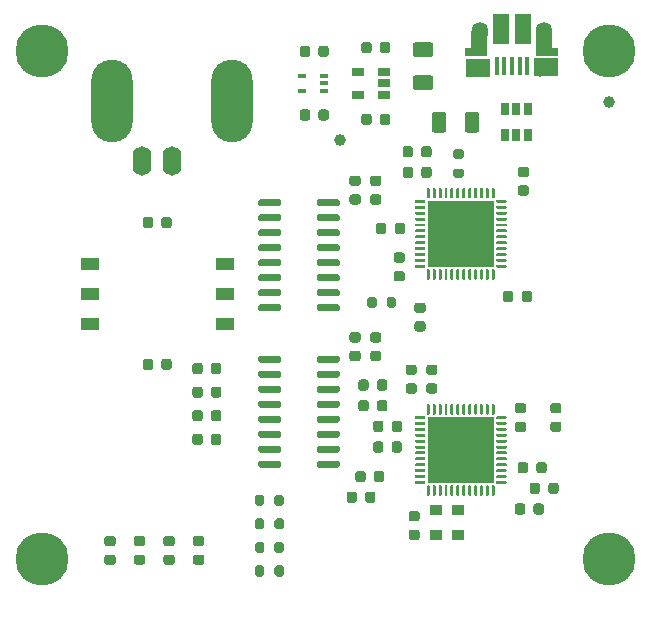
<source format=gbr>
G04 #@! TF.GenerationSoftware,KiCad,Pcbnew,5.1.9*
G04 #@! TF.CreationDate,2021-01-05T21:26:03-06:00*
G04 #@! TF.ProjectId,pcb,7063622e-6b69-4636-9164-5f7063625858,rev?*
G04 #@! TF.SameCoordinates,Original*
G04 #@! TF.FileFunction,Soldermask,Top*
G04 #@! TF.FilePolarity,Negative*
%FSLAX46Y46*%
G04 Gerber Fmt 4.6, Leading zero omitted, Abs format (unit mm)*
G04 Created by KiCad (PCBNEW 5.1.9) date 2021-01-05 21:26:03*
%MOMM*%
%LPD*%
G01*
G04 APERTURE LIST*
%ADD10C,4.500000*%
%ADD11R,0.650000X1.060000*%
%ADD12R,1.000000X0.900000*%
%ADD13R,5.600000X5.600000*%
%ADD14C,1.000000*%
%ADD15R,1.430000X2.500000*%
%ADD16O,1.350000X1.700000*%
%ADD17O,1.100000X1.500000*%
%ADD18R,0.400000X1.650000*%
%ADD19R,2.000000X1.500000*%
%ADD20R,1.825000X0.700000*%
%ADD21R,1.350000X2.000000*%
%ADD22R,0.650000X0.400000*%
%ADD23R,1.060000X0.650000*%
%ADD24O,1.600000X2.500000*%
%ADD25O,3.500000X7.000000*%
%ADD26R,1.524000X1.016000*%
G04 APERTURE END LIST*
D10*
X20250000Y-63750000D03*
G36*
G01*
X33756250Y-105650000D02*
X33243750Y-105650000D01*
G75*
G02*
X33025000Y-105431250I0J218750D01*
G01*
X33025000Y-104993750D01*
G75*
G02*
X33243750Y-104775000I218750J0D01*
G01*
X33756250Y-104775000D01*
G75*
G02*
X33975000Y-104993750I0J-218750D01*
G01*
X33975000Y-105431250D01*
G75*
G02*
X33756250Y-105650000I-218750J0D01*
G01*
G37*
G36*
G01*
X33756250Y-107225000D02*
X33243750Y-107225000D01*
G75*
G02*
X33025000Y-107006250I0J218750D01*
G01*
X33025000Y-106568750D01*
G75*
G02*
X33243750Y-106350000I218750J0D01*
G01*
X33756250Y-106350000D01*
G75*
G02*
X33975000Y-106568750I0J-218750D01*
G01*
X33975000Y-107006250D01*
G75*
G02*
X33756250Y-107225000I-218750J0D01*
G01*
G37*
G36*
G01*
X31256250Y-105650000D02*
X30743750Y-105650000D01*
G75*
G02*
X30525000Y-105431250I0J218750D01*
G01*
X30525000Y-104993750D01*
G75*
G02*
X30743750Y-104775000I218750J0D01*
G01*
X31256250Y-104775000D01*
G75*
G02*
X31475000Y-104993750I0J-218750D01*
G01*
X31475000Y-105431250D01*
G75*
G02*
X31256250Y-105650000I-218750J0D01*
G01*
G37*
G36*
G01*
X31256250Y-107225000D02*
X30743750Y-107225000D01*
G75*
G02*
X30525000Y-107006250I0J218750D01*
G01*
X30525000Y-106568750D01*
G75*
G02*
X30743750Y-106350000I218750J0D01*
G01*
X31256250Y-106350000D01*
G75*
G02*
X31475000Y-106568750I0J-218750D01*
G01*
X31475000Y-107006250D01*
G75*
G02*
X31256250Y-107225000I-218750J0D01*
G01*
G37*
G36*
G01*
X28756250Y-105650000D02*
X28243750Y-105650000D01*
G75*
G02*
X28025000Y-105431250I0J218750D01*
G01*
X28025000Y-104993750D01*
G75*
G02*
X28243750Y-104775000I218750J0D01*
G01*
X28756250Y-104775000D01*
G75*
G02*
X28975000Y-104993750I0J-218750D01*
G01*
X28975000Y-105431250D01*
G75*
G02*
X28756250Y-105650000I-218750J0D01*
G01*
G37*
G36*
G01*
X28756250Y-107225000D02*
X28243750Y-107225000D01*
G75*
G02*
X28025000Y-107006250I0J218750D01*
G01*
X28025000Y-106568750D01*
G75*
G02*
X28243750Y-106350000I218750J0D01*
G01*
X28756250Y-106350000D01*
G75*
G02*
X28975000Y-106568750I0J-218750D01*
G01*
X28975000Y-107006250D01*
G75*
G02*
X28756250Y-107225000I-218750J0D01*
G01*
G37*
G36*
G01*
X26256250Y-105650000D02*
X25743750Y-105650000D01*
G75*
G02*
X25525000Y-105431250I0J218750D01*
G01*
X25525000Y-104993750D01*
G75*
G02*
X25743750Y-104775000I218750J0D01*
G01*
X26256250Y-104775000D01*
G75*
G02*
X26475000Y-104993750I0J-218750D01*
G01*
X26475000Y-105431250D01*
G75*
G02*
X26256250Y-105650000I-218750J0D01*
G01*
G37*
G36*
G01*
X26256250Y-107225000D02*
X25743750Y-107225000D01*
G75*
G02*
X25525000Y-107006250I0J218750D01*
G01*
X25525000Y-106568750D01*
G75*
G02*
X25743750Y-106350000I218750J0D01*
G01*
X26256250Y-106350000D01*
G75*
G02*
X26475000Y-106568750I0J-218750D01*
G01*
X26475000Y-107006250D01*
G75*
G02*
X26256250Y-107225000I-218750J0D01*
G01*
G37*
G36*
G01*
X39075000Y-107475000D02*
X39075000Y-108025000D01*
G75*
G02*
X38875000Y-108225000I-200000J0D01*
G01*
X38475000Y-108225000D01*
G75*
G02*
X38275000Y-108025000I0J200000D01*
G01*
X38275000Y-107475000D01*
G75*
G02*
X38475000Y-107275000I200000J0D01*
G01*
X38875000Y-107275000D01*
G75*
G02*
X39075000Y-107475000I0J-200000D01*
G01*
G37*
G36*
G01*
X40725000Y-107475000D02*
X40725000Y-108025000D01*
G75*
G02*
X40525000Y-108225000I-200000J0D01*
G01*
X40125000Y-108225000D01*
G75*
G02*
X39925000Y-108025000I0J200000D01*
G01*
X39925000Y-107475000D01*
G75*
G02*
X40125000Y-107275000I200000J0D01*
G01*
X40525000Y-107275000D01*
G75*
G02*
X40725000Y-107475000I0J-200000D01*
G01*
G37*
G36*
G01*
X39075000Y-105475000D02*
X39075000Y-106025000D01*
G75*
G02*
X38875000Y-106225000I-200000J0D01*
G01*
X38475000Y-106225000D01*
G75*
G02*
X38275000Y-106025000I0J200000D01*
G01*
X38275000Y-105475000D01*
G75*
G02*
X38475000Y-105275000I200000J0D01*
G01*
X38875000Y-105275000D01*
G75*
G02*
X39075000Y-105475000I0J-200000D01*
G01*
G37*
G36*
G01*
X40725000Y-105475000D02*
X40725000Y-106025000D01*
G75*
G02*
X40525000Y-106225000I-200000J0D01*
G01*
X40125000Y-106225000D01*
G75*
G02*
X39925000Y-106025000I0J200000D01*
G01*
X39925000Y-105475000D01*
G75*
G02*
X40125000Y-105275000I200000J0D01*
G01*
X40525000Y-105275000D01*
G75*
G02*
X40725000Y-105475000I0J-200000D01*
G01*
G37*
G36*
G01*
X39075000Y-103475000D02*
X39075000Y-104025000D01*
G75*
G02*
X38875000Y-104225000I-200000J0D01*
G01*
X38475000Y-104225000D01*
G75*
G02*
X38275000Y-104025000I0J200000D01*
G01*
X38275000Y-103475000D01*
G75*
G02*
X38475000Y-103275000I200000J0D01*
G01*
X38875000Y-103275000D01*
G75*
G02*
X39075000Y-103475000I0J-200000D01*
G01*
G37*
G36*
G01*
X40725000Y-103475000D02*
X40725000Y-104025000D01*
G75*
G02*
X40525000Y-104225000I-200000J0D01*
G01*
X40125000Y-104225000D01*
G75*
G02*
X39925000Y-104025000I0J200000D01*
G01*
X39925000Y-103475000D01*
G75*
G02*
X40125000Y-103275000I200000J0D01*
G01*
X40525000Y-103275000D01*
G75*
G02*
X40725000Y-103475000I0J-200000D01*
G01*
G37*
G36*
G01*
X39075000Y-101475000D02*
X39075000Y-102025000D01*
G75*
G02*
X38875000Y-102225000I-200000J0D01*
G01*
X38475000Y-102225000D01*
G75*
G02*
X38275000Y-102025000I0J200000D01*
G01*
X38275000Y-101475000D01*
G75*
G02*
X38475000Y-101275000I200000J0D01*
G01*
X38875000Y-101275000D01*
G75*
G02*
X39075000Y-101475000I0J-200000D01*
G01*
G37*
G36*
G01*
X40725000Y-101475000D02*
X40725000Y-102025000D01*
G75*
G02*
X40525000Y-102225000I-200000J0D01*
G01*
X40125000Y-102225000D01*
G75*
G02*
X39925000Y-102025000I0J200000D01*
G01*
X39925000Y-101475000D01*
G75*
G02*
X40125000Y-101275000I200000J0D01*
G01*
X40525000Y-101275000D01*
G75*
G02*
X40725000Y-101475000I0J-200000D01*
G01*
G37*
D11*
X60400000Y-68650000D03*
X59450000Y-68650000D03*
X61350000Y-68650000D03*
X61350000Y-70850000D03*
X60400000Y-70850000D03*
X59450000Y-70850000D03*
D12*
X55491754Y-102611386D03*
X53591754Y-102611386D03*
X53591754Y-104711386D03*
X55491754Y-104711386D03*
D10*
X20250000Y-106750000D03*
X68250000Y-106750000D03*
X68250000Y-63750000D03*
D13*
X55700000Y-97500000D03*
G36*
G01*
X58575000Y-100562500D02*
X58575000Y-101312500D01*
G75*
G02*
X58512500Y-101375000I-62500J0D01*
G01*
X58387500Y-101375000D01*
G75*
G02*
X58325000Y-101312500I0J62500D01*
G01*
X58325000Y-100562500D01*
G75*
G02*
X58387500Y-100500000I62500J0D01*
G01*
X58512500Y-100500000D01*
G75*
G02*
X58575000Y-100562500I0J-62500D01*
G01*
G37*
G36*
G01*
X58075000Y-100562500D02*
X58075000Y-101312500D01*
G75*
G02*
X58012500Y-101375000I-62500J0D01*
G01*
X57887500Y-101375000D01*
G75*
G02*
X57825000Y-101312500I0J62500D01*
G01*
X57825000Y-100562500D01*
G75*
G02*
X57887500Y-100500000I62500J0D01*
G01*
X58012500Y-100500000D01*
G75*
G02*
X58075000Y-100562500I0J-62500D01*
G01*
G37*
G36*
G01*
X57575000Y-100562500D02*
X57575000Y-101312500D01*
G75*
G02*
X57512500Y-101375000I-62500J0D01*
G01*
X57387500Y-101375000D01*
G75*
G02*
X57325000Y-101312500I0J62500D01*
G01*
X57325000Y-100562500D01*
G75*
G02*
X57387500Y-100500000I62500J0D01*
G01*
X57512500Y-100500000D01*
G75*
G02*
X57575000Y-100562500I0J-62500D01*
G01*
G37*
G36*
G01*
X57075000Y-100562500D02*
X57075000Y-101312500D01*
G75*
G02*
X57012500Y-101375000I-62500J0D01*
G01*
X56887500Y-101375000D01*
G75*
G02*
X56825000Y-101312500I0J62500D01*
G01*
X56825000Y-100562500D01*
G75*
G02*
X56887500Y-100500000I62500J0D01*
G01*
X57012500Y-100500000D01*
G75*
G02*
X57075000Y-100562500I0J-62500D01*
G01*
G37*
G36*
G01*
X56575000Y-100562500D02*
X56575000Y-101312500D01*
G75*
G02*
X56512500Y-101375000I-62500J0D01*
G01*
X56387500Y-101375000D01*
G75*
G02*
X56325000Y-101312500I0J62500D01*
G01*
X56325000Y-100562500D01*
G75*
G02*
X56387500Y-100500000I62500J0D01*
G01*
X56512500Y-100500000D01*
G75*
G02*
X56575000Y-100562500I0J-62500D01*
G01*
G37*
G36*
G01*
X56075000Y-100562500D02*
X56075000Y-101312500D01*
G75*
G02*
X56012500Y-101375000I-62500J0D01*
G01*
X55887500Y-101375000D01*
G75*
G02*
X55825000Y-101312500I0J62500D01*
G01*
X55825000Y-100562500D01*
G75*
G02*
X55887500Y-100500000I62500J0D01*
G01*
X56012500Y-100500000D01*
G75*
G02*
X56075000Y-100562500I0J-62500D01*
G01*
G37*
G36*
G01*
X55575000Y-100562500D02*
X55575000Y-101312500D01*
G75*
G02*
X55512500Y-101375000I-62500J0D01*
G01*
X55387500Y-101375000D01*
G75*
G02*
X55325000Y-101312500I0J62500D01*
G01*
X55325000Y-100562500D01*
G75*
G02*
X55387500Y-100500000I62500J0D01*
G01*
X55512500Y-100500000D01*
G75*
G02*
X55575000Y-100562500I0J-62500D01*
G01*
G37*
G36*
G01*
X55075000Y-100562500D02*
X55075000Y-101312500D01*
G75*
G02*
X55012500Y-101375000I-62500J0D01*
G01*
X54887500Y-101375000D01*
G75*
G02*
X54825000Y-101312500I0J62500D01*
G01*
X54825000Y-100562500D01*
G75*
G02*
X54887500Y-100500000I62500J0D01*
G01*
X55012500Y-100500000D01*
G75*
G02*
X55075000Y-100562500I0J-62500D01*
G01*
G37*
G36*
G01*
X54575000Y-100562500D02*
X54575000Y-101312500D01*
G75*
G02*
X54512500Y-101375000I-62500J0D01*
G01*
X54387500Y-101375000D01*
G75*
G02*
X54325000Y-101312500I0J62500D01*
G01*
X54325000Y-100562500D01*
G75*
G02*
X54387500Y-100500000I62500J0D01*
G01*
X54512500Y-100500000D01*
G75*
G02*
X54575000Y-100562500I0J-62500D01*
G01*
G37*
G36*
G01*
X54075000Y-100562500D02*
X54075000Y-101312500D01*
G75*
G02*
X54012500Y-101375000I-62500J0D01*
G01*
X53887500Y-101375000D01*
G75*
G02*
X53825000Y-101312500I0J62500D01*
G01*
X53825000Y-100562500D01*
G75*
G02*
X53887500Y-100500000I62500J0D01*
G01*
X54012500Y-100500000D01*
G75*
G02*
X54075000Y-100562500I0J-62500D01*
G01*
G37*
G36*
G01*
X53575000Y-100562500D02*
X53575000Y-101312500D01*
G75*
G02*
X53512500Y-101375000I-62500J0D01*
G01*
X53387500Y-101375000D01*
G75*
G02*
X53325000Y-101312500I0J62500D01*
G01*
X53325000Y-100562500D01*
G75*
G02*
X53387500Y-100500000I62500J0D01*
G01*
X53512500Y-100500000D01*
G75*
G02*
X53575000Y-100562500I0J-62500D01*
G01*
G37*
G36*
G01*
X53075000Y-100562500D02*
X53075000Y-101312500D01*
G75*
G02*
X53012500Y-101375000I-62500J0D01*
G01*
X52887500Y-101375000D01*
G75*
G02*
X52825000Y-101312500I0J62500D01*
G01*
X52825000Y-100562500D01*
G75*
G02*
X52887500Y-100500000I62500J0D01*
G01*
X53012500Y-100500000D01*
G75*
G02*
X53075000Y-100562500I0J-62500D01*
G01*
G37*
G36*
G01*
X52700000Y-100187500D02*
X52700000Y-100312500D01*
G75*
G02*
X52637500Y-100375000I-62500J0D01*
G01*
X51887500Y-100375000D01*
G75*
G02*
X51825000Y-100312500I0J62500D01*
G01*
X51825000Y-100187500D01*
G75*
G02*
X51887500Y-100125000I62500J0D01*
G01*
X52637500Y-100125000D01*
G75*
G02*
X52700000Y-100187500I0J-62500D01*
G01*
G37*
G36*
G01*
X52700000Y-99687500D02*
X52700000Y-99812500D01*
G75*
G02*
X52637500Y-99875000I-62500J0D01*
G01*
X51887500Y-99875000D01*
G75*
G02*
X51825000Y-99812500I0J62500D01*
G01*
X51825000Y-99687500D01*
G75*
G02*
X51887500Y-99625000I62500J0D01*
G01*
X52637500Y-99625000D01*
G75*
G02*
X52700000Y-99687500I0J-62500D01*
G01*
G37*
G36*
G01*
X52700000Y-99187500D02*
X52700000Y-99312500D01*
G75*
G02*
X52637500Y-99375000I-62500J0D01*
G01*
X51887500Y-99375000D01*
G75*
G02*
X51825000Y-99312500I0J62500D01*
G01*
X51825000Y-99187500D01*
G75*
G02*
X51887500Y-99125000I62500J0D01*
G01*
X52637500Y-99125000D01*
G75*
G02*
X52700000Y-99187500I0J-62500D01*
G01*
G37*
G36*
G01*
X52700000Y-98687500D02*
X52700000Y-98812500D01*
G75*
G02*
X52637500Y-98875000I-62500J0D01*
G01*
X51887500Y-98875000D01*
G75*
G02*
X51825000Y-98812500I0J62500D01*
G01*
X51825000Y-98687500D01*
G75*
G02*
X51887500Y-98625000I62500J0D01*
G01*
X52637500Y-98625000D01*
G75*
G02*
X52700000Y-98687500I0J-62500D01*
G01*
G37*
G36*
G01*
X52700000Y-98187500D02*
X52700000Y-98312500D01*
G75*
G02*
X52637500Y-98375000I-62500J0D01*
G01*
X51887500Y-98375000D01*
G75*
G02*
X51825000Y-98312500I0J62500D01*
G01*
X51825000Y-98187500D01*
G75*
G02*
X51887500Y-98125000I62500J0D01*
G01*
X52637500Y-98125000D01*
G75*
G02*
X52700000Y-98187500I0J-62500D01*
G01*
G37*
G36*
G01*
X52700000Y-97687500D02*
X52700000Y-97812500D01*
G75*
G02*
X52637500Y-97875000I-62500J0D01*
G01*
X51887500Y-97875000D01*
G75*
G02*
X51825000Y-97812500I0J62500D01*
G01*
X51825000Y-97687500D01*
G75*
G02*
X51887500Y-97625000I62500J0D01*
G01*
X52637500Y-97625000D01*
G75*
G02*
X52700000Y-97687500I0J-62500D01*
G01*
G37*
G36*
G01*
X52700000Y-97187500D02*
X52700000Y-97312500D01*
G75*
G02*
X52637500Y-97375000I-62500J0D01*
G01*
X51887500Y-97375000D01*
G75*
G02*
X51825000Y-97312500I0J62500D01*
G01*
X51825000Y-97187500D01*
G75*
G02*
X51887500Y-97125000I62500J0D01*
G01*
X52637500Y-97125000D01*
G75*
G02*
X52700000Y-97187500I0J-62500D01*
G01*
G37*
G36*
G01*
X52700000Y-96687500D02*
X52700000Y-96812500D01*
G75*
G02*
X52637500Y-96875000I-62500J0D01*
G01*
X51887500Y-96875000D01*
G75*
G02*
X51825000Y-96812500I0J62500D01*
G01*
X51825000Y-96687500D01*
G75*
G02*
X51887500Y-96625000I62500J0D01*
G01*
X52637500Y-96625000D01*
G75*
G02*
X52700000Y-96687500I0J-62500D01*
G01*
G37*
G36*
G01*
X52700000Y-96187500D02*
X52700000Y-96312500D01*
G75*
G02*
X52637500Y-96375000I-62500J0D01*
G01*
X51887500Y-96375000D01*
G75*
G02*
X51825000Y-96312500I0J62500D01*
G01*
X51825000Y-96187500D01*
G75*
G02*
X51887500Y-96125000I62500J0D01*
G01*
X52637500Y-96125000D01*
G75*
G02*
X52700000Y-96187500I0J-62500D01*
G01*
G37*
G36*
G01*
X52700000Y-95687500D02*
X52700000Y-95812500D01*
G75*
G02*
X52637500Y-95875000I-62500J0D01*
G01*
X51887500Y-95875000D01*
G75*
G02*
X51825000Y-95812500I0J62500D01*
G01*
X51825000Y-95687500D01*
G75*
G02*
X51887500Y-95625000I62500J0D01*
G01*
X52637500Y-95625000D01*
G75*
G02*
X52700000Y-95687500I0J-62500D01*
G01*
G37*
G36*
G01*
X52700000Y-95187500D02*
X52700000Y-95312500D01*
G75*
G02*
X52637500Y-95375000I-62500J0D01*
G01*
X51887500Y-95375000D01*
G75*
G02*
X51825000Y-95312500I0J62500D01*
G01*
X51825000Y-95187500D01*
G75*
G02*
X51887500Y-95125000I62500J0D01*
G01*
X52637500Y-95125000D01*
G75*
G02*
X52700000Y-95187500I0J-62500D01*
G01*
G37*
G36*
G01*
X52700000Y-94687500D02*
X52700000Y-94812500D01*
G75*
G02*
X52637500Y-94875000I-62500J0D01*
G01*
X51887500Y-94875000D01*
G75*
G02*
X51825000Y-94812500I0J62500D01*
G01*
X51825000Y-94687500D01*
G75*
G02*
X51887500Y-94625000I62500J0D01*
G01*
X52637500Y-94625000D01*
G75*
G02*
X52700000Y-94687500I0J-62500D01*
G01*
G37*
G36*
G01*
X53075000Y-93687500D02*
X53075000Y-94437500D01*
G75*
G02*
X53012500Y-94500000I-62500J0D01*
G01*
X52887500Y-94500000D01*
G75*
G02*
X52825000Y-94437500I0J62500D01*
G01*
X52825000Y-93687500D01*
G75*
G02*
X52887500Y-93625000I62500J0D01*
G01*
X53012500Y-93625000D01*
G75*
G02*
X53075000Y-93687500I0J-62500D01*
G01*
G37*
G36*
G01*
X53575000Y-93687500D02*
X53575000Y-94437500D01*
G75*
G02*
X53512500Y-94500000I-62500J0D01*
G01*
X53387500Y-94500000D01*
G75*
G02*
X53325000Y-94437500I0J62500D01*
G01*
X53325000Y-93687500D01*
G75*
G02*
X53387500Y-93625000I62500J0D01*
G01*
X53512500Y-93625000D01*
G75*
G02*
X53575000Y-93687500I0J-62500D01*
G01*
G37*
G36*
G01*
X54075000Y-93687500D02*
X54075000Y-94437500D01*
G75*
G02*
X54012500Y-94500000I-62500J0D01*
G01*
X53887500Y-94500000D01*
G75*
G02*
X53825000Y-94437500I0J62500D01*
G01*
X53825000Y-93687500D01*
G75*
G02*
X53887500Y-93625000I62500J0D01*
G01*
X54012500Y-93625000D01*
G75*
G02*
X54075000Y-93687500I0J-62500D01*
G01*
G37*
G36*
G01*
X54575000Y-93687500D02*
X54575000Y-94437500D01*
G75*
G02*
X54512500Y-94500000I-62500J0D01*
G01*
X54387500Y-94500000D01*
G75*
G02*
X54325000Y-94437500I0J62500D01*
G01*
X54325000Y-93687500D01*
G75*
G02*
X54387500Y-93625000I62500J0D01*
G01*
X54512500Y-93625000D01*
G75*
G02*
X54575000Y-93687500I0J-62500D01*
G01*
G37*
G36*
G01*
X55075000Y-93687500D02*
X55075000Y-94437500D01*
G75*
G02*
X55012500Y-94500000I-62500J0D01*
G01*
X54887500Y-94500000D01*
G75*
G02*
X54825000Y-94437500I0J62500D01*
G01*
X54825000Y-93687500D01*
G75*
G02*
X54887500Y-93625000I62500J0D01*
G01*
X55012500Y-93625000D01*
G75*
G02*
X55075000Y-93687500I0J-62500D01*
G01*
G37*
G36*
G01*
X55575000Y-93687500D02*
X55575000Y-94437500D01*
G75*
G02*
X55512500Y-94500000I-62500J0D01*
G01*
X55387500Y-94500000D01*
G75*
G02*
X55325000Y-94437500I0J62500D01*
G01*
X55325000Y-93687500D01*
G75*
G02*
X55387500Y-93625000I62500J0D01*
G01*
X55512500Y-93625000D01*
G75*
G02*
X55575000Y-93687500I0J-62500D01*
G01*
G37*
G36*
G01*
X56075000Y-93687500D02*
X56075000Y-94437500D01*
G75*
G02*
X56012500Y-94500000I-62500J0D01*
G01*
X55887500Y-94500000D01*
G75*
G02*
X55825000Y-94437500I0J62500D01*
G01*
X55825000Y-93687500D01*
G75*
G02*
X55887500Y-93625000I62500J0D01*
G01*
X56012500Y-93625000D01*
G75*
G02*
X56075000Y-93687500I0J-62500D01*
G01*
G37*
G36*
G01*
X56575000Y-93687500D02*
X56575000Y-94437500D01*
G75*
G02*
X56512500Y-94500000I-62500J0D01*
G01*
X56387500Y-94500000D01*
G75*
G02*
X56325000Y-94437500I0J62500D01*
G01*
X56325000Y-93687500D01*
G75*
G02*
X56387500Y-93625000I62500J0D01*
G01*
X56512500Y-93625000D01*
G75*
G02*
X56575000Y-93687500I0J-62500D01*
G01*
G37*
G36*
G01*
X57075000Y-93687500D02*
X57075000Y-94437500D01*
G75*
G02*
X57012500Y-94500000I-62500J0D01*
G01*
X56887500Y-94500000D01*
G75*
G02*
X56825000Y-94437500I0J62500D01*
G01*
X56825000Y-93687500D01*
G75*
G02*
X56887500Y-93625000I62500J0D01*
G01*
X57012500Y-93625000D01*
G75*
G02*
X57075000Y-93687500I0J-62500D01*
G01*
G37*
G36*
G01*
X57575000Y-93687500D02*
X57575000Y-94437500D01*
G75*
G02*
X57512500Y-94500000I-62500J0D01*
G01*
X57387500Y-94500000D01*
G75*
G02*
X57325000Y-94437500I0J62500D01*
G01*
X57325000Y-93687500D01*
G75*
G02*
X57387500Y-93625000I62500J0D01*
G01*
X57512500Y-93625000D01*
G75*
G02*
X57575000Y-93687500I0J-62500D01*
G01*
G37*
G36*
G01*
X58075000Y-93687500D02*
X58075000Y-94437500D01*
G75*
G02*
X58012500Y-94500000I-62500J0D01*
G01*
X57887500Y-94500000D01*
G75*
G02*
X57825000Y-94437500I0J62500D01*
G01*
X57825000Y-93687500D01*
G75*
G02*
X57887500Y-93625000I62500J0D01*
G01*
X58012500Y-93625000D01*
G75*
G02*
X58075000Y-93687500I0J-62500D01*
G01*
G37*
G36*
G01*
X58575000Y-93687500D02*
X58575000Y-94437500D01*
G75*
G02*
X58512500Y-94500000I-62500J0D01*
G01*
X58387500Y-94500000D01*
G75*
G02*
X58325000Y-94437500I0J62500D01*
G01*
X58325000Y-93687500D01*
G75*
G02*
X58387500Y-93625000I62500J0D01*
G01*
X58512500Y-93625000D01*
G75*
G02*
X58575000Y-93687500I0J-62500D01*
G01*
G37*
G36*
G01*
X59575000Y-94687500D02*
X59575000Y-94812500D01*
G75*
G02*
X59512500Y-94875000I-62500J0D01*
G01*
X58762500Y-94875000D01*
G75*
G02*
X58700000Y-94812500I0J62500D01*
G01*
X58700000Y-94687500D01*
G75*
G02*
X58762500Y-94625000I62500J0D01*
G01*
X59512500Y-94625000D01*
G75*
G02*
X59575000Y-94687500I0J-62500D01*
G01*
G37*
G36*
G01*
X59575000Y-95187500D02*
X59575000Y-95312500D01*
G75*
G02*
X59512500Y-95375000I-62500J0D01*
G01*
X58762500Y-95375000D01*
G75*
G02*
X58700000Y-95312500I0J62500D01*
G01*
X58700000Y-95187500D01*
G75*
G02*
X58762500Y-95125000I62500J0D01*
G01*
X59512500Y-95125000D01*
G75*
G02*
X59575000Y-95187500I0J-62500D01*
G01*
G37*
G36*
G01*
X59575000Y-95687500D02*
X59575000Y-95812500D01*
G75*
G02*
X59512500Y-95875000I-62500J0D01*
G01*
X58762500Y-95875000D01*
G75*
G02*
X58700000Y-95812500I0J62500D01*
G01*
X58700000Y-95687500D01*
G75*
G02*
X58762500Y-95625000I62500J0D01*
G01*
X59512500Y-95625000D01*
G75*
G02*
X59575000Y-95687500I0J-62500D01*
G01*
G37*
G36*
G01*
X59575000Y-96187500D02*
X59575000Y-96312500D01*
G75*
G02*
X59512500Y-96375000I-62500J0D01*
G01*
X58762500Y-96375000D01*
G75*
G02*
X58700000Y-96312500I0J62500D01*
G01*
X58700000Y-96187500D01*
G75*
G02*
X58762500Y-96125000I62500J0D01*
G01*
X59512500Y-96125000D01*
G75*
G02*
X59575000Y-96187500I0J-62500D01*
G01*
G37*
G36*
G01*
X59575000Y-96687500D02*
X59575000Y-96812500D01*
G75*
G02*
X59512500Y-96875000I-62500J0D01*
G01*
X58762500Y-96875000D01*
G75*
G02*
X58700000Y-96812500I0J62500D01*
G01*
X58700000Y-96687500D01*
G75*
G02*
X58762500Y-96625000I62500J0D01*
G01*
X59512500Y-96625000D01*
G75*
G02*
X59575000Y-96687500I0J-62500D01*
G01*
G37*
G36*
G01*
X59575000Y-97187500D02*
X59575000Y-97312500D01*
G75*
G02*
X59512500Y-97375000I-62500J0D01*
G01*
X58762500Y-97375000D01*
G75*
G02*
X58700000Y-97312500I0J62500D01*
G01*
X58700000Y-97187500D01*
G75*
G02*
X58762500Y-97125000I62500J0D01*
G01*
X59512500Y-97125000D01*
G75*
G02*
X59575000Y-97187500I0J-62500D01*
G01*
G37*
G36*
G01*
X59575000Y-97687500D02*
X59575000Y-97812500D01*
G75*
G02*
X59512500Y-97875000I-62500J0D01*
G01*
X58762500Y-97875000D01*
G75*
G02*
X58700000Y-97812500I0J62500D01*
G01*
X58700000Y-97687500D01*
G75*
G02*
X58762500Y-97625000I62500J0D01*
G01*
X59512500Y-97625000D01*
G75*
G02*
X59575000Y-97687500I0J-62500D01*
G01*
G37*
G36*
G01*
X59575000Y-98187500D02*
X59575000Y-98312500D01*
G75*
G02*
X59512500Y-98375000I-62500J0D01*
G01*
X58762500Y-98375000D01*
G75*
G02*
X58700000Y-98312500I0J62500D01*
G01*
X58700000Y-98187500D01*
G75*
G02*
X58762500Y-98125000I62500J0D01*
G01*
X59512500Y-98125000D01*
G75*
G02*
X59575000Y-98187500I0J-62500D01*
G01*
G37*
G36*
G01*
X59575000Y-98687500D02*
X59575000Y-98812500D01*
G75*
G02*
X59512500Y-98875000I-62500J0D01*
G01*
X58762500Y-98875000D01*
G75*
G02*
X58700000Y-98812500I0J62500D01*
G01*
X58700000Y-98687500D01*
G75*
G02*
X58762500Y-98625000I62500J0D01*
G01*
X59512500Y-98625000D01*
G75*
G02*
X59575000Y-98687500I0J-62500D01*
G01*
G37*
G36*
G01*
X59575000Y-99187500D02*
X59575000Y-99312500D01*
G75*
G02*
X59512500Y-99375000I-62500J0D01*
G01*
X58762500Y-99375000D01*
G75*
G02*
X58700000Y-99312500I0J62500D01*
G01*
X58700000Y-99187500D01*
G75*
G02*
X58762500Y-99125000I62500J0D01*
G01*
X59512500Y-99125000D01*
G75*
G02*
X59575000Y-99187500I0J-62500D01*
G01*
G37*
G36*
G01*
X59575000Y-99687500D02*
X59575000Y-99812500D01*
G75*
G02*
X59512500Y-99875000I-62500J0D01*
G01*
X58762500Y-99875000D01*
G75*
G02*
X58700000Y-99812500I0J62500D01*
G01*
X58700000Y-99687500D01*
G75*
G02*
X58762500Y-99625000I62500J0D01*
G01*
X59512500Y-99625000D01*
G75*
G02*
X59575000Y-99687500I0J-62500D01*
G01*
G37*
G36*
G01*
X59575000Y-100187500D02*
X59575000Y-100312500D01*
G75*
G02*
X59512500Y-100375000I-62500J0D01*
G01*
X58762500Y-100375000D01*
G75*
G02*
X58700000Y-100312500I0J62500D01*
G01*
X58700000Y-100187500D01*
G75*
G02*
X58762500Y-100125000I62500J0D01*
G01*
X59512500Y-100125000D01*
G75*
G02*
X59575000Y-100187500I0J-62500D01*
G01*
G37*
G36*
G01*
X55775000Y-72825000D02*
X55225000Y-72825000D01*
G75*
G02*
X55025000Y-72625000I0J200000D01*
G01*
X55025000Y-72225000D01*
G75*
G02*
X55225000Y-72025000I200000J0D01*
G01*
X55775000Y-72025000D01*
G75*
G02*
X55975000Y-72225000I0J-200000D01*
G01*
X55975000Y-72625000D01*
G75*
G02*
X55775000Y-72825000I-200000J0D01*
G01*
G37*
G36*
G01*
X55775000Y-74475000D02*
X55225000Y-74475000D01*
G75*
G02*
X55025000Y-74275000I0J200000D01*
G01*
X55025000Y-73875000D01*
G75*
G02*
X55225000Y-73675000I200000J0D01*
G01*
X55775000Y-73675000D01*
G75*
G02*
X55975000Y-73875000I0J-200000D01*
G01*
X55975000Y-74275000D01*
G75*
G02*
X55775000Y-74475000I-200000J0D01*
G01*
G37*
D14*
X68250000Y-68000000D03*
X45500000Y-71250000D03*
G36*
G01*
X47006250Y-88400000D02*
X46493750Y-88400000D01*
G75*
G02*
X46275000Y-88181250I0J218750D01*
G01*
X46275000Y-87743750D01*
G75*
G02*
X46493750Y-87525000I218750J0D01*
G01*
X47006250Y-87525000D01*
G75*
G02*
X47225000Y-87743750I0J-218750D01*
G01*
X47225000Y-88181250D01*
G75*
G02*
X47006250Y-88400000I-218750J0D01*
G01*
G37*
G36*
G01*
X47006250Y-89975000D02*
X46493750Y-89975000D01*
G75*
G02*
X46275000Y-89756250I0J218750D01*
G01*
X46275000Y-89318750D01*
G75*
G02*
X46493750Y-89100000I218750J0D01*
G01*
X47006250Y-89100000D01*
G75*
G02*
X47225000Y-89318750I0J-218750D01*
G01*
X47225000Y-89756250D01*
G75*
G02*
X47006250Y-89975000I-218750J0D01*
G01*
G37*
G36*
G01*
X48756250Y-88400000D02*
X48243750Y-88400000D01*
G75*
G02*
X48025000Y-88181250I0J218750D01*
G01*
X48025000Y-87743750D01*
G75*
G02*
X48243750Y-87525000I218750J0D01*
G01*
X48756250Y-87525000D01*
G75*
G02*
X48975000Y-87743750I0J-218750D01*
G01*
X48975000Y-88181250D01*
G75*
G02*
X48756250Y-88400000I-218750J0D01*
G01*
G37*
G36*
G01*
X48756250Y-89975000D02*
X48243750Y-89975000D01*
G75*
G02*
X48025000Y-89756250I0J218750D01*
G01*
X48025000Y-89318750D01*
G75*
G02*
X48243750Y-89100000I218750J0D01*
G01*
X48756250Y-89100000D01*
G75*
G02*
X48975000Y-89318750I0J-218750D01*
G01*
X48975000Y-89756250D01*
G75*
G02*
X48756250Y-89975000I-218750J0D01*
G01*
G37*
G36*
G01*
X49425000Y-85275000D02*
X49425000Y-84725000D01*
G75*
G02*
X49625000Y-84525000I200000J0D01*
G01*
X50025000Y-84525000D01*
G75*
G02*
X50225000Y-84725000I0J-200000D01*
G01*
X50225000Y-85275000D01*
G75*
G02*
X50025000Y-85475000I-200000J0D01*
G01*
X49625000Y-85475000D01*
G75*
G02*
X49425000Y-85275000I0J200000D01*
G01*
G37*
G36*
G01*
X47775000Y-85275000D02*
X47775000Y-84725000D01*
G75*
G02*
X47975000Y-84525000I200000J0D01*
G01*
X48375000Y-84525000D01*
G75*
G02*
X48575000Y-84725000I0J-200000D01*
G01*
X48575000Y-85275000D01*
G75*
G02*
X48375000Y-85475000I-200000J0D01*
G01*
X47975000Y-85475000D01*
G75*
G02*
X47775000Y-85275000I0J200000D01*
G01*
G37*
G36*
G01*
X52006250Y-103550000D02*
X51493750Y-103550000D01*
G75*
G02*
X51275000Y-103331250I0J218750D01*
G01*
X51275000Y-102893750D01*
G75*
G02*
X51493750Y-102675000I218750J0D01*
G01*
X52006250Y-102675000D01*
G75*
G02*
X52225000Y-102893750I0J-218750D01*
G01*
X52225000Y-103331250D01*
G75*
G02*
X52006250Y-103550000I-218750J0D01*
G01*
G37*
G36*
G01*
X52006250Y-105125000D02*
X51493750Y-105125000D01*
G75*
G02*
X51275000Y-104906250I0J218750D01*
G01*
X51275000Y-104468750D01*
G75*
G02*
X51493750Y-104250000I218750J0D01*
G01*
X52006250Y-104250000D01*
G75*
G02*
X52225000Y-104468750I0J-218750D01*
G01*
X52225000Y-104906250D01*
G75*
G02*
X52006250Y-105125000I-218750J0D01*
G01*
G37*
D15*
X59065000Y-61861000D03*
X60985000Y-61861000D03*
D16*
X57295000Y-62131000D03*
X62755000Y-62131000D03*
D17*
X57605000Y-65131000D03*
X62445000Y-65131000D03*
D18*
X58725000Y-65011000D03*
X59375000Y-65011000D03*
X60025000Y-65011000D03*
X60675000Y-65011000D03*
X61325000Y-65011000D03*
D19*
X57125000Y-65131000D03*
X62875000Y-65111000D03*
D20*
X57025000Y-63811000D03*
X62975000Y-63811000D03*
D21*
X62755000Y-63061000D03*
X57275000Y-63061000D03*
G36*
G01*
X46900000Y-101243750D02*
X46900000Y-101756250D01*
G75*
G02*
X46681250Y-101975000I-218750J0D01*
G01*
X46243750Y-101975000D01*
G75*
G02*
X46025000Y-101756250I0J218750D01*
G01*
X46025000Y-101243750D01*
G75*
G02*
X46243750Y-101025000I218750J0D01*
G01*
X46681250Y-101025000D01*
G75*
G02*
X46900000Y-101243750I0J-218750D01*
G01*
G37*
G36*
G01*
X48475000Y-101243750D02*
X48475000Y-101756250D01*
G75*
G02*
X48256250Y-101975000I-218750J0D01*
G01*
X47818750Y-101975000D01*
G75*
G02*
X47600000Y-101756250I0J218750D01*
G01*
X47600000Y-101243750D01*
G75*
G02*
X47818750Y-101025000I218750J0D01*
G01*
X48256250Y-101025000D01*
G75*
G02*
X48475000Y-101243750I0J-218750D01*
G01*
G37*
G36*
G01*
X49150000Y-96993750D02*
X49150000Y-97506250D01*
G75*
G02*
X48931250Y-97725000I-218750J0D01*
G01*
X48493750Y-97725000D01*
G75*
G02*
X48275000Y-97506250I0J218750D01*
G01*
X48275000Y-96993750D01*
G75*
G02*
X48493750Y-96775000I218750J0D01*
G01*
X48931250Y-96775000D01*
G75*
G02*
X49150000Y-96993750I0J-218750D01*
G01*
G37*
G36*
G01*
X50725000Y-96993750D02*
X50725000Y-97506250D01*
G75*
G02*
X50506250Y-97725000I-218750J0D01*
G01*
X50068750Y-97725000D01*
G75*
G02*
X49850000Y-97506250I0J218750D01*
G01*
X49850000Y-96993750D01*
G75*
G02*
X50068750Y-96775000I218750J0D01*
G01*
X50506250Y-96775000D01*
G75*
G02*
X50725000Y-96993750I0J-218750D01*
G01*
G37*
G36*
G01*
X49850000Y-95756250D02*
X49850000Y-95243750D01*
G75*
G02*
X50068750Y-95025000I218750J0D01*
G01*
X50506250Y-95025000D01*
G75*
G02*
X50725000Y-95243750I0J-218750D01*
G01*
X50725000Y-95756250D01*
G75*
G02*
X50506250Y-95975000I-218750J0D01*
G01*
X50068750Y-95975000D01*
G75*
G02*
X49850000Y-95756250I0J218750D01*
G01*
G37*
G36*
G01*
X48275000Y-95756250D02*
X48275000Y-95243750D01*
G75*
G02*
X48493750Y-95025000I218750J0D01*
G01*
X48931250Y-95025000D01*
G75*
G02*
X49150000Y-95243750I0J-218750D01*
G01*
X49150000Y-95756250D01*
G75*
G02*
X48931250Y-95975000I-218750J0D01*
G01*
X48493750Y-95975000D01*
G75*
G02*
X48275000Y-95756250I0J218750D01*
G01*
G37*
G36*
G01*
X63493750Y-95100000D02*
X64006250Y-95100000D01*
G75*
G02*
X64225000Y-95318750I0J-218750D01*
G01*
X64225000Y-95756250D01*
G75*
G02*
X64006250Y-95975000I-218750J0D01*
G01*
X63493750Y-95975000D01*
G75*
G02*
X63275000Y-95756250I0J218750D01*
G01*
X63275000Y-95318750D01*
G75*
G02*
X63493750Y-95100000I218750J0D01*
G01*
G37*
G36*
G01*
X63493750Y-93525000D02*
X64006250Y-93525000D01*
G75*
G02*
X64225000Y-93743750I0J-218750D01*
G01*
X64225000Y-94181250D01*
G75*
G02*
X64006250Y-94400000I-218750J0D01*
G01*
X63493750Y-94400000D01*
G75*
G02*
X63275000Y-94181250I0J218750D01*
G01*
X63275000Y-93743750D01*
G75*
G02*
X63493750Y-93525000I218750J0D01*
G01*
G37*
G36*
G01*
X51993750Y-86600000D02*
X52506250Y-86600000D01*
G75*
G02*
X52725000Y-86818750I0J-218750D01*
G01*
X52725000Y-87256250D01*
G75*
G02*
X52506250Y-87475000I-218750J0D01*
G01*
X51993750Y-87475000D01*
G75*
G02*
X51775000Y-87256250I0J218750D01*
G01*
X51775000Y-86818750D01*
G75*
G02*
X51993750Y-86600000I218750J0D01*
G01*
G37*
G36*
G01*
X51993750Y-85025000D02*
X52506250Y-85025000D01*
G75*
G02*
X52725000Y-85243750I0J-218750D01*
G01*
X52725000Y-85681250D01*
G75*
G02*
X52506250Y-85900000I-218750J0D01*
G01*
X51993750Y-85900000D01*
G75*
G02*
X51775000Y-85681250I0J218750D01*
G01*
X51775000Y-85243750D01*
G75*
G02*
X51993750Y-85025000I218750J0D01*
G01*
G37*
G36*
G01*
X60493750Y-95100000D02*
X61006250Y-95100000D01*
G75*
G02*
X61225000Y-95318750I0J-218750D01*
G01*
X61225000Y-95756250D01*
G75*
G02*
X61006250Y-95975000I-218750J0D01*
G01*
X60493750Y-95975000D01*
G75*
G02*
X60275000Y-95756250I0J218750D01*
G01*
X60275000Y-95318750D01*
G75*
G02*
X60493750Y-95100000I218750J0D01*
G01*
G37*
G36*
G01*
X60493750Y-93525000D02*
X61006250Y-93525000D01*
G75*
G02*
X61225000Y-93743750I0J-218750D01*
G01*
X61225000Y-94181250D01*
G75*
G02*
X61006250Y-94400000I-218750J0D01*
G01*
X60493750Y-94400000D01*
G75*
G02*
X60275000Y-94181250I0J218750D01*
G01*
X60275000Y-93743750D01*
G75*
G02*
X60493750Y-93525000I218750J0D01*
G01*
G37*
G36*
G01*
X30350000Y-78506250D02*
X30350000Y-77993750D01*
G75*
G02*
X30568750Y-77775000I218750J0D01*
G01*
X31006250Y-77775000D01*
G75*
G02*
X31225000Y-77993750I0J-218750D01*
G01*
X31225000Y-78506250D01*
G75*
G02*
X31006250Y-78725000I-218750J0D01*
G01*
X30568750Y-78725000D01*
G75*
G02*
X30350000Y-78506250I0J218750D01*
G01*
G37*
G36*
G01*
X28775000Y-78506250D02*
X28775000Y-77993750D01*
G75*
G02*
X28993750Y-77775000I218750J0D01*
G01*
X29431250Y-77775000D01*
G75*
G02*
X29650000Y-77993750I0J-218750D01*
G01*
X29650000Y-78506250D01*
G75*
G02*
X29431250Y-78725000I-218750J0D01*
G01*
X28993750Y-78725000D01*
G75*
G02*
X28775000Y-78506250I0J218750D01*
G01*
G37*
G36*
G01*
X29650000Y-89993750D02*
X29650000Y-90506250D01*
G75*
G02*
X29431250Y-90725000I-218750J0D01*
G01*
X28993750Y-90725000D01*
G75*
G02*
X28775000Y-90506250I0J218750D01*
G01*
X28775000Y-89993750D01*
G75*
G02*
X28993750Y-89775000I218750J0D01*
G01*
X29431250Y-89775000D01*
G75*
G02*
X29650000Y-89993750I0J-218750D01*
G01*
G37*
G36*
G01*
X31225000Y-89993750D02*
X31225000Y-90506250D01*
G75*
G02*
X31006250Y-90725000I-218750J0D01*
G01*
X30568750Y-90725000D01*
G75*
G02*
X30350000Y-90506250I0J218750D01*
G01*
X30350000Y-89993750D01*
G75*
G02*
X30568750Y-89775000I218750J0D01*
G01*
X31006250Y-89775000D01*
G75*
G02*
X31225000Y-89993750I0J-218750D01*
G01*
G37*
G36*
G01*
X34550000Y-96856250D02*
X34550000Y-96343750D01*
G75*
G02*
X34768750Y-96125000I218750J0D01*
G01*
X35206250Y-96125000D01*
G75*
G02*
X35425000Y-96343750I0J-218750D01*
G01*
X35425000Y-96856250D01*
G75*
G02*
X35206250Y-97075000I-218750J0D01*
G01*
X34768750Y-97075000D01*
G75*
G02*
X34550000Y-96856250I0J218750D01*
G01*
G37*
G36*
G01*
X32975000Y-96856250D02*
X32975000Y-96343750D01*
G75*
G02*
X33193750Y-96125000I218750J0D01*
G01*
X33631250Y-96125000D01*
G75*
G02*
X33850000Y-96343750I0J-218750D01*
G01*
X33850000Y-96856250D01*
G75*
G02*
X33631250Y-97075000I-218750J0D01*
G01*
X33193750Y-97075000D01*
G75*
G02*
X32975000Y-96856250I0J218750D01*
G01*
G37*
G36*
G01*
X34550000Y-94856250D02*
X34550000Y-94343750D01*
G75*
G02*
X34768750Y-94125000I218750J0D01*
G01*
X35206250Y-94125000D01*
G75*
G02*
X35425000Y-94343750I0J-218750D01*
G01*
X35425000Y-94856250D01*
G75*
G02*
X35206250Y-95075000I-218750J0D01*
G01*
X34768750Y-95075000D01*
G75*
G02*
X34550000Y-94856250I0J218750D01*
G01*
G37*
G36*
G01*
X32975000Y-94856250D02*
X32975000Y-94343750D01*
G75*
G02*
X33193750Y-94125000I218750J0D01*
G01*
X33631250Y-94125000D01*
G75*
G02*
X33850000Y-94343750I0J-218750D01*
G01*
X33850000Y-94856250D01*
G75*
G02*
X33631250Y-95075000I-218750J0D01*
G01*
X33193750Y-95075000D01*
G75*
G02*
X32975000Y-94856250I0J218750D01*
G01*
G37*
G36*
G01*
X33850000Y-90343750D02*
X33850000Y-90856250D01*
G75*
G02*
X33631250Y-91075000I-218750J0D01*
G01*
X33193750Y-91075000D01*
G75*
G02*
X32975000Y-90856250I0J218750D01*
G01*
X32975000Y-90343750D01*
G75*
G02*
X33193750Y-90125000I218750J0D01*
G01*
X33631250Y-90125000D01*
G75*
G02*
X33850000Y-90343750I0J-218750D01*
G01*
G37*
G36*
G01*
X35425000Y-90343750D02*
X35425000Y-90856250D01*
G75*
G02*
X35206250Y-91075000I-218750J0D01*
G01*
X34768750Y-91075000D01*
G75*
G02*
X34550000Y-90856250I0J218750D01*
G01*
X34550000Y-90343750D01*
G75*
G02*
X34768750Y-90125000I218750J0D01*
G01*
X35206250Y-90125000D01*
G75*
G02*
X35425000Y-90343750I0J-218750D01*
G01*
G37*
G36*
G01*
X34550000Y-92856250D02*
X34550000Y-92343750D01*
G75*
G02*
X34768750Y-92125000I218750J0D01*
G01*
X35206250Y-92125000D01*
G75*
G02*
X35425000Y-92343750I0J-218750D01*
G01*
X35425000Y-92856250D01*
G75*
G02*
X35206250Y-93075000I-218750J0D01*
G01*
X34768750Y-93075000D01*
G75*
G02*
X34550000Y-92856250I0J218750D01*
G01*
G37*
G36*
G01*
X32975000Y-92856250D02*
X32975000Y-92343750D01*
G75*
G02*
X33193750Y-92125000I218750J0D01*
G01*
X33631250Y-92125000D01*
G75*
G02*
X33850000Y-92343750I0J-218750D01*
G01*
X33850000Y-92856250D01*
G75*
G02*
X33631250Y-93075000I-218750J0D01*
G01*
X33193750Y-93075000D01*
G75*
G02*
X32975000Y-92856250I0J218750D01*
G01*
G37*
G36*
G01*
X53506250Y-91150000D02*
X52993750Y-91150000D01*
G75*
G02*
X52775000Y-90931250I0J218750D01*
G01*
X52775000Y-90493750D01*
G75*
G02*
X52993750Y-90275000I218750J0D01*
G01*
X53506250Y-90275000D01*
G75*
G02*
X53725000Y-90493750I0J-218750D01*
G01*
X53725000Y-90931250D01*
G75*
G02*
X53506250Y-91150000I-218750J0D01*
G01*
G37*
G36*
G01*
X53506250Y-92725000D02*
X52993750Y-92725000D01*
G75*
G02*
X52775000Y-92506250I0J218750D01*
G01*
X52775000Y-92068750D01*
G75*
G02*
X52993750Y-91850000I218750J0D01*
G01*
X53506250Y-91850000D01*
G75*
G02*
X53725000Y-92068750I0J-218750D01*
G01*
X53725000Y-92506250D01*
G75*
G02*
X53506250Y-92725000I-218750J0D01*
G01*
G37*
G36*
G01*
X47650000Y-99493750D02*
X47650000Y-100006250D01*
G75*
G02*
X47431250Y-100225000I-218750J0D01*
G01*
X46993750Y-100225000D01*
G75*
G02*
X46775000Y-100006250I0J218750D01*
G01*
X46775000Y-99493750D01*
G75*
G02*
X46993750Y-99275000I218750J0D01*
G01*
X47431250Y-99275000D01*
G75*
G02*
X47650000Y-99493750I0J-218750D01*
G01*
G37*
G36*
G01*
X49225000Y-99493750D02*
X49225000Y-100006250D01*
G75*
G02*
X49006250Y-100225000I-218750J0D01*
G01*
X48568750Y-100225000D01*
G75*
G02*
X48350000Y-100006250I0J218750D01*
G01*
X48350000Y-99493750D01*
G75*
G02*
X48568750Y-99275000I218750J0D01*
G01*
X49006250Y-99275000D01*
G75*
G02*
X49225000Y-99493750I0J-218750D01*
G01*
G37*
G36*
G01*
X51756250Y-91150000D02*
X51243750Y-91150000D01*
G75*
G02*
X51025000Y-90931250I0J218750D01*
G01*
X51025000Y-90493750D01*
G75*
G02*
X51243750Y-90275000I218750J0D01*
G01*
X51756250Y-90275000D01*
G75*
G02*
X51975000Y-90493750I0J-218750D01*
G01*
X51975000Y-90931250D01*
G75*
G02*
X51756250Y-91150000I-218750J0D01*
G01*
G37*
G36*
G01*
X51756250Y-92725000D02*
X51243750Y-92725000D01*
G75*
G02*
X51025000Y-92506250I0J218750D01*
G01*
X51025000Y-92068750D01*
G75*
G02*
X51243750Y-91850000I218750J0D01*
G01*
X51756250Y-91850000D01*
G75*
G02*
X51975000Y-92068750I0J-218750D01*
G01*
X51975000Y-92506250D01*
G75*
G02*
X51756250Y-92725000I-218750J0D01*
G01*
G37*
G36*
G01*
X61850000Y-102756250D02*
X61850000Y-102243750D01*
G75*
G02*
X62068750Y-102025000I218750J0D01*
G01*
X62506250Y-102025000D01*
G75*
G02*
X62725000Y-102243750I0J-218750D01*
G01*
X62725000Y-102756250D01*
G75*
G02*
X62506250Y-102975000I-218750J0D01*
G01*
X62068750Y-102975000D01*
G75*
G02*
X61850000Y-102756250I0J218750D01*
G01*
G37*
G36*
G01*
X60275000Y-102756250D02*
X60275000Y-102243750D01*
G75*
G02*
X60493750Y-102025000I218750J0D01*
G01*
X60931250Y-102025000D01*
G75*
G02*
X61150000Y-102243750I0J-218750D01*
G01*
X61150000Y-102756250D01*
G75*
G02*
X60931250Y-102975000I-218750J0D01*
G01*
X60493750Y-102975000D01*
G75*
G02*
X60275000Y-102756250I0J218750D01*
G01*
G37*
G36*
G01*
X62100000Y-99256250D02*
X62100000Y-98743750D01*
G75*
G02*
X62318750Y-98525000I218750J0D01*
G01*
X62756250Y-98525000D01*
G75*
G02*
X62975000Y-98743750I0J-218750D01*
G01*
X62975000Y-99256250D01*
G75*
G02*
X62756250Y-99475000I-218750J0D01*
G01*
X62318750Y-99475000D01*
G75*
G02*
X62100000Y-99256250I0J218750D01*
G01*
G37*
G36*
G01*
X60525000Y-99256250D02*
X60525000Y-98743750D01*
G75*
G02*
X60743750Y-98525000I218750J0D01*
G01*
X61181250Y-98525000D01*
G75*
G02*
X61400000Y-98743750I0J-218750D01*
G01*
X61400000Y-99256250D01*
G75*
G02*
X61181250Y-99475000I-218750J0D01*
G01*
X60743750Y-99475000D01*
G75*
G02*
X60525000Y-99256250I0J218750D01*
G01*
G37*
G36*
G01*
X63100000Y-101006250D02*
X63100000Y-100493750D01*
G75*
G02*
X63318750Y-100275000I218750J0D01*
G01*
X63756250Y-100275000D01*
G75*
G02*
X63975000Y-100493750I0J-218750D01*
G01*
X63975000Y-101006250D01*
G75*
G02*
X63756250Y-101225000I-218750J0D01*
G01*
X63318750Y-101225000D01*
G75*
G02*
X63100000Y-101006250I0J218750D01*
G01*
G37*
G36*
G01*
X61525000Y-101006250D02*
X61525000Y-100493750D01*
G75*
G02*
X61743750Y-100275000I218750J0D01*
G01*
X62181250Y-100275000D01*
G75*
G02*
X62400000Y-100493750I0J-218750D01*
G01*
X62400000Y-101006250D01*
G75*
G02*
X62181250Y-101225000I-218750J0D01*
G01*
X61743750Y-101225000D01*
G75*
G02*
X61525000Y-101006250I0J218750D01*
G01*
G37*
G36*
G01*
X49400000Y-78493750D02*
X49400000Y-79006250D01*
G75*
G02*
X49181250Y-79225000I-218750J0D01*
G01*
X48743750Y-79225000D01*
G75*
G02*
X48525000Y-79006250I0J218750D01*
G01*
X48525000Y-78493750D01*
G75*
G02*
X48743750Y-78275000I218750J0D01*
G01*
X49181250Y-78275000D01*
G75*
G02*
X49400000Y-78493750I0J-218750D01*
G01*
G37*
G36*
G01*
X50975000Y-78493750D02*
X50975000Y-79006250D01*
G75*
G02*
X50756250Y-79225000I-218750J0D01*
G01*
X50318750Y-79225000D01*
G75*
G02*
X50100000Y-79006250I0J218750D01*
G01*
X50100000Y-78493750D01*
G75*
G02*
X50318750Y-78275000I218750J0D01*
G01*
X50756250Y-78275000D01*
G75*
G02*
X50975000Y-78493750I0J-218750D01*
G01*
G37*
G36*
G01*
X47900000Y-91743750D02*
X47900000Y-92256250D01*
G75*
G02*
X47681250Y-92475000I-218750J0D01*
G01*
X47243750Y-92475000D01*
G75*
G02*
X47025000Y-92256250I0J218750D01*
G01*
X47025000Y-91743750D01*
G75*
G02*
X47243750Y-91525000I218750J0D01*
G01*
X47681250Y-91525000D01*
G75*
G02*
X47900000Y-91743750I0J-218750D01*
G01*
G37*
G36*
G01*
X49475000Y-91743750D02*
X49475000Y-92256250D01*
G75*
G02*
X49256250Y-92475000I-218750J0D01*
G01*
X48818750Y-92475000D01*
G75*
G02*
X48600000Y-92256250I0J218750D01*
G01*
X48600000Y-91743750D01*
G75*
G02*
X48818750Y-91525000I218750J0D01*
G01*
X49256250Y-91525000D01*
G75*
G02*
X49475000Y-91743750I0J-218750D01*
G01*
G37*
G36*
G01*
X47900000Y-93493750D02*
X47900000Y-94006250D01*
G75*
G02*
X47681250Y-94225000I-218750J0D01*
G01*
X47243750Y-94225000D01*
G75*
G02*
X47025000Y-94006250I0J218750D01*
G01*
X47025000Y-93493750D01*
G75*
G02*
X47243750Y-93275000I218750J0D01*
G01*
X47681250Y-93275000D01*
G75*
G02*
X47900000Y-93493750I0J-218750D01*
G01*
G37*
G36*
G01*
X49475000Y-93493750D02*
X49475000Y-94006250D01*
G75*
G02*
X49256250Y-94225000I-218750J0D01*
G01*
X48818750Y-94225000D01*
G75*
G02*
X48600000Y-94006250I0J218750D01*
G01*
X48600000Y-93493750D01*
G75*
G02*
X48818750Y-93275000I218750J0D01*
G01*
X49256250Y-93275000D01*
G75*
G02*
X49475000Y-93493750I0J-218750D01*
G01*
G37*
G36*
G01*
X51650000Y-73743750D02*
X51650000Y-74256250D01*
G75*
G02*
X51431250Y-74475000I-218750J0D01*
G01*
X50993750Y-74475000D01*
G75*
G02*
X50775000Y-74256250I0J218750D01*
G01*
X50775000Y-73743750D01*
G75*
G02*
X50993750Y-73525000I218750J0D01*
G01*
X51431250Y-73525000D01*
G75*
G02*
X51650000Y-73743750I0J-218750D01*
G01*
G37*
G36*
G01*
X53225000Y-73743750D02*
X53225000Y-74256250D01*
G75*
G02*
X53006250Y-74475000I-218750J0D01*
G01*
X52568750Y-74475000D01*
G75*
G02*
X52350000Y-74256250I0J218750D01*
G01*
X52350000Y-73743750D01*
G75*
G02*
X52568750Y-73525000I218750J0D01*
G01*
X53006250Y-73525000D01*
G75*
G02*
X53225000Y-73743750I0J-218750D01*
G01*
G37*
G36*
G01*
X61256250Y-74400000D02*
X60743750Y-74400000D01*
G75*
G02*
X60525000Y-74181250I0J218750D01*
G01*
X60525000Y-73743750D01*
G75*
G02*
X60743750Y-73525000I218750J0D01*
G01*
X61256250Y-73525000D01*
G75*
G02*
X61475000Y-73743750I0J-218750D01*
G01*
X61475000Y-74181250D01*
G75*
G02*
X61256250Y-74400000I-218750J0D01*
G01*
G37*
G36*
G01*
X61256250Y-75975000D02*
X60743750Y-75975000D01*
G75*
G02*
X60525000Y-75756250I0J218750D01*
G01*
X60525000Y-75318750D01*
G75*
G02*
X60743750Y-75100000I218750J0D01*
G01*
X61256250Y-75100000D01*
G75*
G02*
X61475000Y-75318750I0J-218750D01*
G01*
X61475000Y-75756250D01*
G75*
G02*
X61256250Y-75975000I-218750J0D01*
G01*
G37*
G36*
G01*
X60850000Y-84756250D02*
X60850000Y-84243750D01*
G75*
G02*
X61068750Y-84025000I218750J0D01*
G01*
X61506250Y-84025000D01*
G75*
G02*
X61725000Y-84243750I0J-218750D01*
G01*
X61725000Y-84756250D01*
G75*
G02*
X61506250Y-84975000I-218750J0D01*
G01*
X61068750Y-84975000D01*
G75*
G02*
X60850000Y-84756250I0J218750D01*
G01*
G37*
G36*
G01*
X59275000Y-84756250D02*
X59275000Y-84243750D01*
G75*
G02*
X59493750Y-84025000I218750J0D01*
G01*
X59931250Y-84025000D01*
G75*
G02*
X60150000Y-84243750I0J-218750D01*
G01*
X60150000Y-84756250D01*
G75*
G02*
X59931250Y-84975000I-218750J0D01*
G01*
X59493750Y-84975000D01*
G75*
G02*
X59275000Y-84756250I0J218750D01*
G01*
G37*
G36*
G01*
X50243750Y-82350000D02*
X50756250Y-82350000D01*
G75*
G02*
X50975000Y-82568750I0J-218750D01*
G01*
X50975000Y-83006250D01*
G75*
G02*
X50756250Y-83225000I-218750J0D01*
G01*
X50243750Y-83225000D01*
G75*
G02*
X50025000Y-83006250I0J218750D01*
G01*
X50025000Y-82568750D01*
G75*
G02*
X50243750Y-82350000I218750J0D01*
G01*
G37*
G36*
G01*
X50243750Y-80775000D02*
X50756250Y-80775000D01*
G75*
G02*
X50975000Y-80993750I0J-218750D01*
G01*
X50975000Y-81431250D01*
G75*
G02*
X50756250Y-81650000I-218750J0D01*
G01*
X50243750Y-81650000D01*
G75*
G02*
X50025000Y-81431250I0J218750D01*
G01*
X50025000Y-80993750D01*
G75*
G02*
X50243750Y-80775000I218750J0D01*
G01*
G37*
G36*
G01*
X51650000Y-71993750D02*
X51650000Y-72506250D01*
G75*
G02*
X51431250Y-72725000I-218750J0D01*
G01*
X50993750Y-72725000D01*
G75*
G02*
X50775000Y-72506250I0J218750D01*
G01*
X50775000Y-71993750D01*
G75*
G02*
X50993750Y-71775000I218750J0D01*
G01*
X51431250Y-71775000D01*
G75*
G02*
X51650000Y-71993750I0J-218750D01*
G01*
G37*
G36*
G01*
X53225000Y-71993750D02*
X53225000Y-72506250D01*
G75*
G02*
X53006250Y-72725000I-218750J0D01*
G01*
X52568750Y-72725000D01*
G75*
G02*
X52350000Y-72506250I0J218750D01*
G01*
X52350000Y-71993750D01*
G75*
G02*
X52568750Y-71775000I218750J0D01*
G01*
X53006250Y-71775000D01*
G75*
G02*
X53225000Y-71993750I0J-218750D01*
G01*
G37*
G36*
G01*
X43646400Y-69391050D02*
X43646400Y-68878550D01*
G75*
G02*
X43865150Y-68659800I218750J0D01*
G01*
X44302650Y-68659800D01*
G75*
G02*
X44521400Y-68878550I0J-218750D01*
G01*
X44521400Y-69391050D01*
G75*
G02*
X44302650Y-69609800I-218750J0D01*
G01*
X43865150Y-69609800D01*
G75*
G02*
X43646400Y-69391050I0J218750D01*
G01*
G37*
G36*
G01*
X42071400Y-69391050D02*
X42071400Y-68878550D01*
G75*
G02*
X42290150Y-68659800I218750J0D01*
G01*
X42727650Y-68659800D01*
G75*
G02*
X42946400Y-68878550I0J-218750D01*
G01*
X42946400Y-69391050D01*
G75*
G02*
X42727650Y-69609800I-218750J0D01*
G01*
X42290150Y-69609800D01*
G75*
G02*
X42071400Y-69391050I0J218750D01*
G01*
G37*
G36*
G01*
X42946400Y-63493750D02*
X42946400Y-64006250D01*
G75*
G02*
X42727650Y-64225000I-218750J0D01*
G01*
X42290150Y-64225000D01*
G75*
G02*
X42071400Y-64006250I0J218750D01*
G01*
X42071400Y-63493750D01*
G75*
G02*
X42290150Y-63275000I218750J0D01*
G01*
X42727650Y-63275000D01*
G75*
G02*
X42946400Y-63493750I0J-218750D01*
G01*
G37*
G36*
G01*
X44521400Y-63493750D02*
X44521400Y-64006250D01*
G75*
G02*
X44302650Y-64225000I-218750J0D01*
G01*
X43865150Y-64225000D01*
G75*
G02*
X43646400Y-64006250I0J218750D01*
G01*
X43646400Y-63493750D01*
G75*
G02*
X43865150Y-63275000I218750J0D01*
G01*
X44302650Y-63275000D01*
G75*
G02*
X44521400Y-63493750I0J-218750D01*
G01*
G37*
G36*
G01*
X48850000Y-69756250D02*
X48850000Y-69243750D01*
G75*
G02*
X49068750Y-69025000I218750J0D01*
G01*
X49506250Y-69025000D01*
G75*
G02*
X49725000Y-69243750I0J-218750D01*
G01*
X49725000Y-69756250D01*
G75*
G02*
X49506250Y-69975000I-218750J0D01*
G01*
X49068750Y-69975000D01*
G75*
G02*
X48850000Y-69756250I0J218750D01*
G01*
G37*
G36*
G01*
X47275000Y-69756250D02*
X47275000Y-69243750D01*
G75*
G02*
X47493750Y-69025000I218750J0D01*
G01*
X47931250Y-69025000D01*
G75*
G02*
X48150000Y-69243750I0J-218750D01*
G01*
X48150000Y-69756250D01*
G75*
G02*
X47931250Y-69975000I-218750J0D01*
G01*
X47493750Y-69975000D01*
G75*
G02*
X47275000Y-69756250I0J218750D01*
G01*
G37*
G36*
G01*
X48150000Y-63167550D02*
X48150000Y-63680050D01*
G75*
G02*
X47931250Y-63898800I-218750J0D01*
G01*
X47493750Y-63898800D01*
G75*
G02*
X47275000Y-63680050I0J218750D01*
G01*
X47275000Y-63167550D01*
G75*
G02*
X47493750Y-62948800I218750J0D01*
G01*
X47931250Y-62948800D01*
G75*
G02*
X48150000Y-63167550I0J-218750D01*
G01*
G37*
G36*
G01*
X49725000Y-63167550D02*
X49725000Y-63680050D01*
G75*
G02*
X49506250Y-63898800I-218750J0D01*
G01*
X49068750Y-63898800D01*
G75*
G02*
X48850000Y-63680050I0J218750D01*
G01*
X48850000Y-63167550D01*
G75*
G02*
X49068750Y-62948800I218750J0D01*
G01*
X49506250Y-62948800D01*
G75*
G02*
X49725000Y-63167550I0J-218750D01*
G01*
G37*
G36*
G01*
X48756250Y-75150000D02*
X48243750Y-75150000D01*
G75*
G02*
X48025000Y-74931250I0J218750D01*
G01*
X48025000Y-74493750D01*
G75*
G02*
X48243750Y-74275000I218750J0D01*
G01*
X48756250Y-74275000D01*
G75*
G02*
X48975000Y-74493750I0J-218750D01*
G01*
X48975000Y-74931250D01*
G75*
G02*
X48756250Y-75150000I-218750J0D01*
G01*
G37*
G36*
G01*
X48756250Y-76725000D02*
X48243750Y-76725000D01*
G75*
G02*
X48025000Y-76506250I0J218750D01*
G01*
X48025000Y-76068750D01*
G75*
G02*
X48243750Y-75850000I218750J0D01*
G01*
X48756250Y-75850000D01*
G75*
G02*
X48975000Y-76068750I0J-218750D01*
G01*
X48975000Y-76506250D01*
G75*
G02*
X48756250Y-76725000I-218750J0D01*
G01*
G37*
G36*
G01*
X47006250Y-75150000D02*
X46493750Y-75150000D01*
G75*
G02*
X46275000Y-74931250I0J218750D01*
G01*
X46275000Y-74493750D01*
G75*
G02*
X46493750Y-74275000I218750J0D01*
G01*
X47006250Y-74275000D01*
G75*
G02*
X47225000Y-74493750I0J-218750D01*
G01*
X47225000Y-74931250D01*
G75*
G02*
X47006250Y-75150000I-218750J0D01*
G01*
G37*
G36*
G01*
X47006250Y-76725000D02*
X46493750Y-76725000D01*
G75*
G02*
X46275000Y-76506250I0J218750D01*
G01*
X46275000Y-76068750D01*
G75*
G02*
X46493750Y-75850000I218750J0D01*
G01*
X47006250Y-75850000D01*
G75*
G02*
X47225000Y-76068750I0J-218750D01*
G01*
X47225000Y-76506250D01*
G75*
G02*
X47006250Y-76725000I-218750J0D01*
G01*
G37*
D13*
X55700000Y-79200000D03*
G36*
G01*
X52825000Y-76137500D02*
X52825000Y-75387500D01*
G75*
G02*
X52887500Y-75325000I62500J0D01*
G01*
X53012500Y-75325000D01*
G75*
G02*
X53075000Y-75387500I0J-62500D01*
G01*
X53075000Y-76137500D01*
G75*
G02*
X53012500Y-76200000I-62500J0D01*
G01*
X52887500Y-76200000D01*
G75*
G02*
X52825000Y-76137500I0J62500D01*
G01*
G37*
G36*
G01*
X53325000Y-76137500D02*
X53325000Y-75387500D01*
G75*
G02*
X53387500Y-75325000I62500J0D01*
G01*
X53512500Y-75325000D01*
G75*
G02*
X53575000Y-75387500I0J-62500D01*
G01*
X53575000Y-76137500D01*
G75*
G02*
X53512500Y-76200000I-62500J0D01*
G01*
X53387500Y-76200000D01*
G75*
G02*
X53325000Y-76137500I0J62500D01*
G01*
G37*
G36*
G01*
X53825000Y-76137500D02*
X53825000Y-75387500D01*
G75*
G02*
X53887500Y-75325000I62500J0D01*
G01*
X54012500Y-75325000D01*
G75*
G02*
X54075000Y-75387500I0J-62500D01*
G01*
X54075000Y-76137500D01*
G75*
G02*
X54012500Y-76200000I-62500J0D01*
G01*
X53887500Y-76200000D01*
G75*
G02*
X53825000Y-76137500I0J62500D01*
G01*
G37*
G36*
G01*
X54325000Y-76137500D02*
X54325000Y-75387500D01*
G75*
G02*
X54387500Y-75325000I62500J0D01*
G01*
X54512500Y-75325000D01*
G75*
G02*
X54575000Y-75387500I0J-62500D01*
G01*
X54575000Y-76137500D01*
G75*
G02*
X54512500Y-76200000I-62500J0D01*
G01*
X54387500Y-76200000D01*
G75*
G02*
X54325000Y-76137500I0J62500D01*
G01*
G37*
G36*
G01*
X54825000Y-76137500D02*
X54825000Y-75387500D01*
G75*
G02*
X54887500Y-75325000I62500J0D01*
G01*
X55012500Y-75325000D01*
G75*
G02*
X55075000Y-75387500I0J-62500D01*
G01*
X55075000Y-76137500D01*
G75*
G02*
X55012500Y-76200000I-62500J0D01*
G01*
X54887500Y-76200000D01*
G75*
G02*
X54825000Y-76137500I0J62500D01*
G01*
G37*
G36*
G01*
X55325000Y-76137500D02*
X55325000Y-75387500D01*
G75*
G02*
X55387500Y-75325000I62500J0D01*
G01*
X55512500Y-75325000D01*
G75*
G02*
X55575000Y-75387500I0J-62500D01*
G01*
X55575000Y-76137500D01*
G75*
G02*
X55512500Y-76200000I-62500J0D01*
G01*
X55387500Y-76200000D01*
G75*
G02*
X55325000Y-76137500I0J62500D01*
G01*
G37*
G36*
G01*
X55825000Y-76137500D02*
X55825000Y-75387500D01*
G75*
G02*
X55887500Y-75325000I62500J0D01*
G01*
X56012500Y-75325000D01*
G75*
G02*
X56075000Y-75387500I0J-62500D01*
G01*
X56075000Y-76137500D01*
G75*
G02*
X56012500Y-76200000I-62500J0D01*
G01*
X55887500Y-76200000D01*
G75*
G02*
X55825000Y-76137500I0J62500D01*
G01*
G37*
G36*
G01*
X56325000Y-76137500D02*
X56325000Y-75387500D01*
G75*
G02*
X56387500Y-75325000I62500J0D01*
G01*
X56512500Y-75325000D01*
G75*
G02*
X56575000Y-75387500I0J-62500D01*
G01*
X56575000Y-76137500D01*
G75*
G02*
X56512500Y-76200000I-62500J0D01*
G01*
X56387500Y-76200000D01*
G75*
G02*
X56325000Y-76137500I0J62500D01*
G01*
G37*
G36*
G01*
X56825000Y-76137500D02*
X56825000Y-75387500D01*
G75*
G02*
X56887500Y-75325000I62500J0D01*
G01*
X57012500Y-75325000D01*
G75*
G02*
X57075000Y-75387500I0J-62500D01*
G01*
X57075000Y-76137500D01*
G75*
G02*
X57012500Y-76200000I-62500J0D01*
G01*
X56887500Y-76200000D01*
G75*
G02*
X56825000Y-76137500I0J62500D01*
G01*
G37*
G36*
G01*
X57325000Y-76137500D02*
X57325000Y-75387500D01*
G75*
G02*
X57387500Y-75325000I62500J0D01*
G01*
X57512500Y-75325000D01*
G75*
G02*
X57575000Y-75387500I0J-62500D01*
G01*
X57575000Y-76137500D01*
G75*
G02*
X57512500Y-76200000I-62500J0D01*
G01*
X57387500Y-76200000D01*
G75*
G02*
X57325000Y-76137500I0J62500D01*
G01*
G37*
G36*
G01*
X57825000Y-76137500D02*
X57825000Y-75387500D01*
G75*
G02*
X57887500Y-75325000I62500J0D01*
G01*
X58012500Y-75325000D01*
G75*
G02*
X58075000Y-75387500I0J-62500D01*
G01*
X58075000Y-76137500D01*
G75*
G02*
X58012500Y-76200000I-62500J0D01*
G01*
X57887500Y-76200000D01*
G75*
G02*
X57825000Y-76137500I0J62500D01*
G01*
G37*
G36*
G01*
X58325000Y-76137500D02*
X58325000Y-75387500D01*
G75*
G02*
X58387500Y-75325000I62500J0D01*
G01*
X58512500Y-75325000D01*
G75*
G02*
X58575000Y-75387500I0J-62500D01*
G01*
X58575000Y-76137500D01*
G75*
G02*
X58512500Y-76200000I-62500J0D01*
G01*
X58387500Y-76200000D01*
G75*
G02*
X58325000Y-76137500I0J62500D01*
G01*
G37*
G36*
G01*
X58700000Y-76512500D02*
X58700000Y-76387500D01*
G75*
G02*
X58762500Y-76325000I62500J0D01*
G01*
X59512500Y-76325000D01*
G75*
G02*
X59575000Y-76387500I0J-62500D01*
G01*
X59575000Y-76512500D01*
G75*
G02*
X59512500Y-76575000I-62500J0D01*
G01*
X58762500Y-76575000D01*
G75*
G02*
X58700000Y-76512500I0J62500D01*
G01*
G37*
G36*
G01*
X58700000Y-77012500D02*
X58700000Y-76887500D01*
G75*
G02*
X58762500Y-76825000I62500J0D01*
G01*
X59512500Y-76825000D01*
G75*
G02*
X59575000Y-76887500I0J-62500D01*
G01*
X59575000Y-77012500D01*
G75*
G02*
X59512500Y-77075000I-62500J0D01*
G01*
X58762500Y-77075000D01*
G75*
G02*
X58700000Y-77012500I0J62500D01*
G01*
G37*
G36*
G01*
X58700000Y-77512500D02*
X58700000Y-77387500D01*
G75*
G02*
X58762500Y-77325000I62500J0D01*
G01*
X59512500Y-77325000D01*
G75*
G02*
X59575000Y-77387500I0J-62500D01*
G01*
X59575000Y-77512500D01*
G75*
G02*
X59512500Y-77575000I-62500J0D01*
G01*
X58762500Y-77575000D01*
G75*
G02*
X58700000Y-77512500I0J62500D01*
G01*
G37*
G36*
G01*
X58700000Y-78012500D02*
X58700000Y-77887500D01*
G75*
G02*
X58762500Y-77825000I62500J0D01*
G01*
X59512500Y-77825000D01*
G75*
G02*
X59575000Y-77887500I0J-62500D01*
G01*
X59575000Y-78012500D01*
G75*
G02*
X59512500Y-78075000I-62500J0D01*
G01*
X58762500Y-78075000D01*
G75*
G02*
X58700000Y-78012500I0J62500D01*
G01*
G37*
G36*
G01*
X58700000Y-78512500D02*
X58700000Y-78387500D01*
G75*
G02*
X58762500Y-78325000I62500J0D01*
G01*
X59512500Y-78325000D01*
G75*
G02*
X59575000Y-78387500I0J-62500D01*
G01*
X59575000Y-78512500D01*
G75*
G02*
X59512500Y-78575000I-62500J0D01*
G01*
X58762500Y-78575000D01*
G75*
G02*
X58700000Y-78512500I0J62500D01*
G01*
G37*
G36*
G01*
X58700000Y-79012500D02*
X58700000Y-78887500D01*
G75*
G02*
X58762500Y-78825000I62500J0D01*
G01*
X59512500Y-78825000D01*
G75*
G02*
X59575000Y-78887500I0J-62500D01*
G01*
X59575000Y-79012500D01*
G75*
G02*
X59512500Y-79075000I-62500J0D01*
G01*
X58762500Y-79075000D01*
G75*
G02*
X58700000Y-79012500I0J62500D01*
G01*
G37*
G36*
G01*
X58700000Y-79512500D02*
X58700000Y-79387500D01*
G75*
G02*
X58762500Y-79325000I62500J0D01*
G01*
X59512500Y-79325000D01*
G75*
G02*
X59575000Y-79387500I0J-62500D01*
G01*
X59575000Y-79512500D01*
G75*
G02*
X59512500Y-79575000I-62500J0D01*
G01*
X58762500Y-79575000D01*
G75*
G02*
X58700000Y-79512500I0J62500D01*
G01*
G37*
G36*
G01*
X58700000Y-80012500D02*
X58700000Y-79887500D01*
G75*
G02*
X58762500Y-79825000I62500J0D01*
G01*
X59512500Y-79825000D01*
G75*
G02*
X59575000Y-79887500I0J-62500D01*
G01*
X59575000Y-80012500D01*
G75*
G02*
X59512500Y-80075000I-62500J0D01*
G01*
X58762500Y-80075000D01*
G75*
G02*
X58700000Y-80012500I0J62500D01*
G01*
G37*
G36*
G01*
X58700000Y-80512500D02*
X58700000Y-80387500D01*
G75*
G02*
X58762500Y-80325000I62500J0D01*
G01*
X59512500Y-80325000D01*
G75*
G02*
X59575000Y-80387500I0J-62500D01*
G01*
X59575000Y-80512500D01*
G75*
G02*
X59512500Y-80575000I-62500J0D01*
G01*
X58762500Y-80575000D01*
G75*
G02*
X58700000Y-80512500I0J62500D01*
G01*
G37*
G36*
G01*
X58700000Y-81012500D02*
X58700000Y-80887500D01*
G75*
G02*
X58762500Y-80825000I62500J0D01*
G01*
X59512500Y-80825000D01*
G75*
G02*
X59575000Y-80887500I0J-62500D01*
G01*
X59575000Y-81012500D01*
G75*
G02*
X59512500Y-81075000I-62500J0D01*
G01*
X58762500Y-81075000D01*
G75*
G02*
X58700000Y-81012500I0J62500D01*
G01*
G37*
G36*
G01*
X58700000Y-81512500D02*
X58700000Y-81387500D01*
G75*
G02*
X58762500Y-81325000I62500J0D01*
G01*
X59512500Y-81325000D01*
G75*
G02*
X59575000Y-81387500I0J-62500D01*
G01*
X59575000Y-81512500D01*
G75*
G02*
X59512500Y-81575000I-62500J0D01*
G01*
X58762500Y-81575000D01*
G75*
G02*
X58700000Y-81512500I0J62500D01*
G01*
G37*
G36*
G01*
X58700000Y-82012500D02*
X58700000Y-81887500D01*
G75*
G02*
X58762500Y-81825000I62500J0D01*
G01*
X59512500Y-81825000D01*
G75*
G02*
X59575000Y-81887500I0J-62500D01*
G01*
X59575000Y-82012500D01*
G75*
G02*
X59512500Y-82075000I-62500J0D01*
G01*
X58762500Y-82075000D01*
G75*
G02*
X58700000Y-82012500I0J62500D01*
G01*
G37*
G36*
G01*
X58325000Y-83012500D02*
X58325000Y-82262500D01*
G75*
G02*
X58387500Y-82200000I62500J0D01*
G01*
X58512500Y-82200000D01*
G75*
G02*
X58575000Y-82262500I0J-62500D01*
G01*
X58575000Y-83012500D01*
G75*
G02*
X58512500Y-83075000I-62500J0D01*
G01*
X58387500Y-83075000D01*
G75*
G02*
X58325000Y-83012500I0J62500D01*
G01*
G37*
G36*
G01*
X57825000Y-83012500D02*
X57825000Y-82262500D01*
G75*
G02*
X57887500Y-82200000I62500J0D01*
G01*
X58012500Y-82200000D01*
G75*
G02*
X58075000Y-82262500I0J-62500D01*
G01*
X58075000Y-83012500D01*
G75*
G02*
X58012500Y-83075000I-62500J0D01*
G01*
X57887500Y-83075000D01*
G75*
G02*
X57825000Y-83012500I0J62500D01*
G01*
G37*
G36*
G01*
X57325000Y-83012500D02*
X57325000Y-82262500D01*
G75*
G02*
X57387500Y-82200000I62500J0D01*
G01*
X57512500Y-82200000D01*
G75*
G02*
X57575000Y-82262500I0J-62500D01*
G01*
X57575000Y-83012500D01*
G75*
G02*
X57512500Y-83075000I-62500J0D01*
G01*
X57387500Y-83075000D01*
G75*
G02*
X57325000Y-83012500I0J62500D01*
G01*
G37*
G36*
G01*
X56825000Y-83012500D02*
X56825000Y-82262500D01*
G75*
G02*
X56887500Y-82200000I62500J0D01*
G01*
X57012500Y-82200000D01*
G75*
G02*
X57075000Y-82262500I0J-62500D01*
G01*
X57075000Y-83012500D01*
G75*
G02*
X57012500Y-83075000I-62500J0D01*
G01*
X56887500Y-83075000D01*
G75*
G02*
X56825000Y-83012500I0J62500D01*
G01*
G37*
G36*
G01*
X56325000Y-83012500D02*
X56325000Y-82262500D01*
G75*
G02*
X56387500Y-82200000I62500J0D01*
G01*
X56512500Y-82200000D01*
G75*
G02*
X56575000Y-82262500I0J-62500D01*
G01*
X56575000Y-83012500D01*
G75*
G02*
X56512500Y-83075000I-62500J0D01*
G01*
X56387500Y-83075000D01*
G75*
G02*
X56325000Y-83012500I0J62500D01*
G01*
G37*
G36*
G01*
X55825000Y-83012500D02*
X55825000Y-82262500D01*
G75*
G02*
X55887500Y-82200000I62500J0D01*
G01*
X56012500Y-82200000D01*
G75*
G02*
X56075000Y-82262500I0J-62500D01*
G01*
X56075000Y-83012500D01*
G75*
G02*
X56012500Y-83075000I-62500J0D01*
G01*
X55887500Y-83075000D01*
G75*
G02*
X55825000Y-83012500I0J62500D01*
G01*
G37*
G36*
G01*
X55325000Y-83012500D02*
X55325000Y-82262500D01*
G75*
G02*
X55387500Y-82200000I62500J0D01*
G01*
X55512500Y-82200000D01*
G75*
G02*
X55575000Y-82262500I0J-62500D01*
G01*
X55575000Y-83012500D01*
G75*
G02*
X55512500Y-83075000I-62500J0D01*
G01*
X55387500Y-83075000D01*
G75*
G02*
X55325000Y-83012500I0J62500D01*
G01*
G37*
G36*
G01*
X54825000Y-83012500D02*
X54825000Y-82262500D01*
G75*
G02*
X54887500Y-82200000I62500J0D01*
G01*
X55012500Y-82200000D01*
G75*
G02*
X55075000Y-82262500I0J-62500D01*
G01*
X55075000Y-83012500D01*
G75*
G02*
X55012500Y-83075000I-62500J0D01*
G01*
X54887500Y-83075000D01*
G75*
G02*
X54825000Y-83012500I0J62500D01*
G01*
G37*
G36*
G01*
X54325000Y-83012500D02*
X54325000Y-82262500D01*
G75*
G02*
X54387500Y-82200000I62500J0D01*
G01*
X54512500Y-82200000D01*
G75*
G02*
X54575000Y-82262500I0J-62500D01*
G01*
X54575000Y-83012500D01*
G75*
G02*
X54512500Y-83075000I-62500J0D01*
G01*
X54387500Y-83075000D01*
G75*
G02*
X54325000Y-83012500I0J62500D01*
G01*
G37*
G36*
G01*
X53825000Y-83012500D02*
X53825000Y-82262500D01*
G75*
G02*
X53887500Y-82200000I62500J0D01*
G01*
X54012500Y-82200000D01*
G75*
G02*
X54075000Y-82262500I0J-62500D01*
G01*
X54075000Y-83012500D01*
G75*
G02*
X54012500Y-83075000I-62500J0D01*
G01*
X53887500Y-83075000D01*
G75*
G02*
X53825000Y-83012500I0J62500D01*
G01*
G37*
G36*
G01*
X53325000Y-83012500D02*
X53325000Y-82262500D01*
G75*
G02*
X53387500Y-82200000I62500J0D01*
G01*
X53512500Y-82200000D01*
G75*
G02*
X53575000Y-82262500I0J-62500D01*
G01*
X53575000Y-83012500D01*
G75*
G02*
X53512500Y-83075000I-62500J0D01*
G01*
X53387500Y-83075000D01*
G75*
G02*
X53325000Y-83012500I0J62500D01*
G01*
G37*
G36*
G01*
X52825000Y-83012500D02*
X52825000Y-82262500D01*
G75*
G02*
X52887500Y-82200000I62500J0D01*
G01*
X53012500Y-82200000D01*
G75*
G02*
X53075000Y-82262500I0J-62500D01*
G01*
X53075000Y-83012500D01*
G75*
G02*
X53012500Y-83075000I-62500J0D01*
G01*
X52887500Y-83075000D01*
G75*
G02*
X52825000Y-83012500I0J62500D01*
G01*
G37*
G36*
G01*
X51825000Y-82012500D02*
X51825000Y-81887500D01*
G75*
G02*
X51887500Y-81825000I62500J0D01*
G01*
X52637500Y-81825000D01*
G75*
G02*
X52700000Y-81887500I0J-62500D01*
G01*
X52700000Y-82012500D01*
G75*
G02*
X52637500Y-82075000I-62500J0D01*
G01*
X51887500Y-82075000D01*
G75*
G02*
X51825000Y-82012500I0J62500D01*
G01*
G37*
G36*
G01*
X51825000Y-81512500D02*
X51825000Y-81387500D01*
G75*
G02*
X51887500Y-81325000I62500J0D01*
G01*
X52637500Y-81325000D01*
G75*
G02*
X52700000Y-81387500I0J-62500D01*
G01*
X52700000Y-81512500D01*
G75*
G02*
X52637500Y-81575000I-62500J0D01*
G01*
X51887500Y-81575000D01*
G75*
G02*
X51825000Y-81512500I0J62500D01*
G01*
G37*
G36*
G01*
X51825000Y-81012500D02*
X51825000Y-80887500D01*
G75*
G02*
X51887500Y-80825000I62500J0D01*
G01*
X52637500Y-80825000D01*
G75*
G02*
X52700000Y-80887500I0J-62500D01*
G01*
X52700000Y-81012500D01*
G75*
G02*
X52637500Y-81075000I-62500J0D01*
G01*
X51887500Y-81075000D01*
G75*
G02*
X51825000Y-81012500I0J62500D01*
G01*
G37*
G36*
G01*
X51825000Y-80512500D02*
X51825000Y-80387500D01*
G75*
G02*
X51887500Y-80325000I62500J0D01*
G01*
X52637500Y-80325000D01*
G75*
G02*
X52700000Y-80387500I0J-62500D01*
G01*
X52700000Y-80512500D01*
G75*
G02*
X52637500Y-80575000I-62500J0D01*
G01*
X51887500Y-80575000D01*
G75*
G02*
X51825000Y-80512500I0J62500D01*
G01*
G37*
G36*
G01*
X51825000Y-80012500D02*
X51825000Y-79887500D01*
G75*
G02*
X51887500Y-79825000I62500J0D01*
G01*
X52637500Y-79825000D01*
G75*
G02*
X52700000Y-79887500I0J-62500D01*
G01*
X52700000Y-80012500D01*
G75*
G02*
X52637500Y-80075000I-62500J0D01*
G01*
X51887500Y-80075000D01*
G75*
G02*
X51825000Y-80012500I0J62500D01*
G01*
G37*
G36*
G01*
X51825000Y-79512500D02*
X51825000Y-79387500D01*
G75*
G02*
X51887500Y-79325000I62500J0D01*
G01*
X52637500Y-79325000D01*
G75*
G02*
X52700000Y-79387500I0J-62500D01*
G01*
X52700000Y-79512500D01*
G75*
G02*
X52637500Y-79575000I-62500J0D01*
G01*
X51887500Y-79575000D01*
G75*
G02*
X51825000Y-79512500I0J62500D01*
G01*
G37*
G36*
G01*
X51825000Y-79012500D02*
X51825000Y-78887500D01*
G75*
G02*
X51887500Y-78825000I62500J0D01*
G01*
X52637500Y-78825000D01*
G75*
G02*
X52700000Y-78887500I0J-62500D01*
G01*
X52700000Y-79012500D01*
G75*
G02*
X52637500Y-79075000I-62500J0D01*
G01*
X51887500Y-79075000D01*
G75*
G02*
X51825000Y-79012500I0J62500D01*
G01*
G37*
G36*
G01*
X51825000Y-78512500D02*
X51825000Y-78387500D01*
G75*
G02*
X51887500Y-78325000I62500J0D01*
G01*
X52637500Y-78325000D01*
G75*
G02*
X52700000Y-78387500I0J-62500D01*
G01*
X52700000Y-78512500D01*
G75*
G02*
X52637500Y-78575000I-62500J0D01*
G01*
X51887500Y-78575000D01*
G75*
G02*
X51825000Y-78512500I0J62500D01*
G01*
G37*
G36*
G01*
X51825000Y-78012500D02*
X51825000Y-77887500D01*
G75*
G02*
X51887500Y-77825000I62500J0D01*
G01*
X52637500Y-77825000D01*
G75*
G02*
X52700000Y-77887500I0J-62500D01*
G01*
X52700000Y-78012500D01*
G75*
G02*
X52637500Y-78075000I-62500J0D01*
G01*
X51887500Y-78075000D01*
G75*
G02*
X51825000Y-78012500I0J62500D01*
G01*
G37*
G36*
G01*
X51825000Y-77512500D02*
X51825000Y-77387500D01*
G75*
G02*
X51887500Y-77325000I62500J0D01*
G01*
X52637500Y-77325000D01*
G75*
G02*
X52700000Y-77387500I0J-62500D01*
G01*
X52700000Y-77512500D01*
G75*
G02*
X52637500Y-77575000I-62500J0D01*
G01*
X51887500Y-77575000D01*
G75*
G02*
X51825000Y-77512500I0J62500D01*
G01*
G37*
G36*
G01*
X51825000Y-77012500D02*
X51825000Y-76887500D01*
G75*
G02*
X51887500Y-76825000I62500J0D01*
G01*
X52637500Y-76825000D01*
G75*
G02*
X52700000Y-76887500I0J-62500D01*
G01*
X52700000Y-77012500D01*
G75*
G02*
X52637500Y-77075000I-62500J0D01*
G01*
X51887500Y-77075000D01*
G75*
G02*
X51825000Y-77012500I0J62500D01*
G01*
G37*
G36*
G01*
X51825000Y-76512500D02*
X51825000Y-76387500D01*
G75*
G02*
X51887500Y-76325000I62500J0D01*
G01*
X52637500Y-76325000D01*
G75*
G02*
X52700000Y-76387500I0J-62500D01*
G01*
X52700000Y-76512500D01*
G75*
G02*
X52637500Y-76575000I-62500J0D01*
G01*
X51887500Y-76575000D01*
G75*
G02*
X51825000Y-76512500I0J62500D01*
G01*
G37*
D22*
X42226400Y-67092400D03*
X42226400Y-65792400D03*
X44126400Y-66442400D03*
X44126400Y-65792400D03*
X44126400Y-67092400D03*
D23*
X46980000Y-67411900D03*
X46980000Y-65511900D03*
X49180000Y-65511900D03*
X49180000Y-66461900D03*
X49180000Y-67411900D03*
G36*
G01*
X51875000Y-65775000D02*
X53125000Y-65775000D01*
G75*
G02*
X53375000Y-66025000I0J-250000D01*
G01*
X53375000Y-66775000D01*
G75*
G02*
X53125000Y-67025000I-250000J0D01*
G01*
X51875000Y-67025000D01*
G75*
G02*
X51625000Y-66775000I0J250000D01*
G01*
X51625000Y-66025000D01*
G75*
G02*
X51875000Y-65775000I250000J0D01*
G01*
G37*
G36*
G01*
X51875000Y-62975000D02*
X53125000Y-62975000D01*
G75*
G02*
X53375000Y-63225000I0J-250000D01*
G01*
X53375000Y-63975000D01*
G75*
G02*
X53125000Y-64225000I-250000J0D01*
G01*
X51875000Y-64225000D01*
G75*
G02*
X51625000Y-63975000I0J250000D01*
G01*
X51625000Y-63225000D01*
G75*
G02*
X51875000Y-62975000I250000J0D01*
G01*
G37*
G36*
G01*
X56025000Y-70375000D02*
X56025000Y-69125000D01*
G75*
G02*
X56275000Y-68875000I250000J0D01*
G01*
X57025000Y-68875000D01*
G75*
G02*
X57275000Y-69125000I0J-250000D01*
G01*
X57275000Y-70375000D01*
G75*
G02*
X57025000Y-70625000I-250000J0D01*
G01*
X56275000Y-70625000D01*
G75*
G02*
X56025000Y-70375000I0J250000D01*
G01*
G37*
G36*
G01*
X53225000Y-70375000D02*
X53225000Y-69125000D01*
G75*
G02*
X53475000Y-68875000I250000J0D01*
G01*
X54225000Y-68875000D01*
G75*
G02*
X54475000Y-69125000I0J-250000D01*
G01*
X54475000Y-70375000D01*
G75*
G02*
X54225000Y-70625000I-250000J0D01*
G01*
X53475000Y-70625000D01*
G75*
G02*
X53225000Y-70375000I0J250000D01*
G01*
G37*
G36*
G01*
X43500000Y-89955000D02*
X43500000Y-89655000D01*
G75*
G02*
X43650000Y-89505000I150000J0D01*
G01*
X45300000Y-89505000D01*
G75*
G02*
X45450000Y-89655000I0J-150000D01*
G01*
X45450000Y-89955000D01*
G75*
G02*
X45300000Y-90105000I-150000J0D01*
G01*
X43650000Y-90105000D01*
G75*
G02*
X43500000Y-89955000I0J150000D01*
G01*
G37*
G36*
G01*
X43500000Y-91225000D02*
X43500000Y-90925000D01*
G75*
G02*
X43650000Y-90775000I150000J0D01*
G01*
X45300000Y-90775000D01*
G75*
G02*
X45450000Y-90925000I0J-150000D01*
G01*
X45450000Y-91225000D01*
G75*
G02*
X45300000Y-91375000I-150000J0D01*
G01*
X43650000Y-91375000D01*
G75*
G02*
X43500000Y-91225000I0J150000D01*
G01*
G37*
G36*
G01*
X43500000Y-92495000D02*
X43500000Y-92195000D01*
G75*
G02*
X43650000Y-92045000I150000J0D01*
G01*
X45300000Y-92045000D01*
G75*
G02*
X45450000Y-92195000I0J-150000D01*
G01*
X45450000Y-92495000D01*
G75*
G02*
X45300000Y-92645000I-150000J0D01*
G01*
X43650000Y-92645000D01*
G75*
G02*
X43500000Y-92495000I0J150000D01*
G01*
G37*
G36*
G01*
X43500000Y-93765000D02*
X43500000Y-93465000D01*
G75*
G02*
X43650000Y-93315000I150000J0D01*
G01*
X45300000Y-93315000D01*
G75*
G02*
X45450000Y-93465000I0J-150000D01*
G01*
X45450000Y-93765000D01*
G75*
G02*
X45300000Y-93915000I-150000J0D01*
G01*
X43650000Y-93915000D01*
G75*
G02*
X43500000Y-93765000I0J150000D01*
G01*
G37*
G36*
G01*
X43500000Y-95035000D02*
X43500000Y-94735000D01*
G75*
G02*
X43650000Y-94585000I150000J0D01*
G01*
X45300000Y-94585000D01*
G75*
G02*
X45450000Y-94735000I0J-150000D01*
G01*
X45450000Y-95035000D01*
G75*
G02*
X45300000Y-95185000I-150000J0D01*
G01*
X43650000Y-95185000D01*
G75*
G02*
X43500000Y-95035000I0J150000D01*
G01*
G37*
G36*
G01*
X43500000Y-96305000D02*
X43500000Y-96005000D01*
G75*
G02*
X43650000Y-95855000I150000J0D01*
G01*
X45300000Y-95855000D01*
G75*
G02*
X45450000Y-96005000I0J-150000D01*
G01*
X45450000Y-96305000D01*
G75*
G02*
X45300000Y-96455000I-150000J0D01*
G01*
X43650000Y-96455000D01*
G75*
G02*
X43500000Y-96305000I0J150000D01*
G01*
G37*
G36*
G01*
X43500000Y-97575000D02*
X43500000Y-97275000D01*
G75*
G02*
X43650000Y-97125000I150000J0D01*
G01*
X45300000Y-97125000D01*
G75*
G02*
X45450000Y-97275000I0J-150000D01*
G01*
X45450000Y-97575000D01*
G75*
G02*
X45300000Y-97725000I-150000J0D01*
G01*
X43650000Y-97725000D01*
G75*
G02*
X43500000Y-97575000I0J150000D01*
G01*
G37*
G36*
G01*
X43500000Y-98845000D02*
X43500000Y-98545000D01*
G75*
G02*
X43650000Y-98395000I150000J0D01*
G01*
X45300000Y-98395000D01*
G75*
G02*
X45450000Y-98545000I0J-150000D01*
G01*
X45450000Y-98845000D01*
G75*
G02*
X45300000Y-98995000I-150000J0D01*
G01*
X43650000Y-98995000D01*
G75*
G02*
X43500000Y-98845000I0J150000D01*
G01*
G37*
G36*
G01*
X38550000Y-98845000D02*
X38550000Y-98545000D01*
G75*
G02*
X38700000Y-98395000I150000J0D01*
G01*
X40350000Y-98395000D01*
G75*
G02*
X40500000Y-98545000I0J-150000D01*
G01*
X40500000Y-98845000D01*
G75*
G02*
X40350000Y-98995000I-150000J0D01*
G01*
X38700000Y-98995000D01*
G75*
G02*
X38550000Y-98845000I0J150000D01*
G01*
G37*
G36*
G01*
X38550000Y-97575000D02*
X38550000Y-97275000D01*
G75*
G02*
X38700000Y-97125000I150000J0D01*
G01*
X40350000Y-97125000D01*
G75*
G02*
X40500000Y-97275000I0J-150000D01*
G01*
X40500000Y-97575000D01*
G75*
G02*
X40350000Y-97725000I-150000J0D01*
G01*
X38700000Y-97725000D01*
G75*
G02*
X38550000Y-97575000I0J150000D01*
G01*
G37*
G36*
G01*
X38550000Y-96305000D02*
X38550000Y-96005000D01*
G75*
G02*
X38700000Y-95855000I150000J0D01*
G01*
X40350000Y-95855000D01*
G75*
G02*
X40500000Y-96005000I0J-150000D01*
G01*
X40500000Y-96305000D01*
G75*
G02*
X40350000Y-96455000I-150000J0D01*
G01*
X38700000Y-96455000D01*
G75*
G02*
X38550000Y-96305000I0J150000D01*
G01*
G37*
G36*
G01*
X38550000Y-95035000D02*
X38550000Y-94735000D01*
G75*
G02*
X38700000Y-94585000I150000J0D01*
G01*
X40350000Y-94585000D01*
G75*
G02*
X40500000Y-94735000I0J-150000D01*
G01*
X40500000Y-95035000D01*
G75*
G02*
X40350000Y-95185000I-150000J0D01*
G01*
X38700000Y-95185000D01*
G75*
G02*
X38550000Y-95035000I0J150000D01*
G01*
G37*
G36*
G01*
X38550000Y-93765000D02*
X38550000Y-93465000D01*
G75*
G02*
X38700000Y-93315000I150000J0D01*
G01*
X40350000Y-93315000D01*
G75*
G02*
X40500000Y-93465000I0J-150000D01*
G01*
X40500000Y-93765000D01*
G75*
G02*
X40350000Y-93915000I-150000J0D01*
G01*
X38700000Y-93915000D01*
G75*
G02*
X38550000Y-93765000I0J150000D01*
G01*
G37*
G36*
G01*
X38550000Y-92495000D02*
X38550000Y-92195000D01*
G75*
G02*
X38700000Y-92045000I150000J0D01*
G01*
X40350000Y-92045000D01*
G75*
G02*
X40500000Y-92195000I0J-150000D01*
G01*
X40500000Y-92495000D01*
G75*
G02*
X40350000Y-92645000I-150000J0D01*
G01*
X38700000Y-92645000D01*
G75*
G02*
X38550000Y-92495000I0J150000D01*
G01*
G37*
G36*
G01*
X38550000Y-91225000D02*
X38550000Y-90925000D01*
G75*
G02*
X38700000Y-90775000I150000J0D01*
G01*
X40350000Y-90775000D01*
G75*
G02*
X40500000Y-90925000I0J-150000D01*
G01*
X40500000Y-91225000D01*
G75*
G02*
X40350000Y-91375000I-150000J0D01*
G01*
X38700000Y-91375000D01*
G75*
G02*
X38550000Y-91225000I0J150000D01*
G01*
G37*
G36*
G01*
X38550000Y-89955000D02*
X38550000Y-89655000D01*
G75*
G02*
X38700000Y-89505000I150000J0D01*
G01*
X40350000Y-89505000D01*
G75*
G02*
X40500000Y-89655000I0J-150000D01*
G01*
X40500000Y-89955000D01*
G75*
G02*
X40350000Y-90105000I-150000J0D01*
G01*
X38700000Y-90105000D01*
G75*
G02*
X38550000Y-89955000I0J150000D01*
G01*
G37*
G36*
G01*
X43500000Y-76705000D02*
X43500000Y-76405000D01*
G75*
G02*
X43650000Y-76255000I150000J0D01*
G01*
X45300000Y-76255000D01*
G75*
G02*
X45450000Y-76405000I0J-150000D01*
G01*
X45450000Y-76705000D01*
G75*
G02*
X45300000Y-76855000I-150000J0D01*
G01*
X43650000Y-76855000D01*
G75*
G02*
X43500000Y-76705000I0J150000D01*
G01*
G37*
G36*
G01*
X43500000Y-77975000D02*
X43500000Y-77675000D01*
G75*
G02*
X43650000Y-77525000I150000J0D01*
G01*
X45300000Y-77525000D01*
G75*
G02*
X45450000Y-77675000I0J-150000D01*
G01*
X45450000Y-77975000D01*
G75*
G02*
X45300000Y-78125000I-150000J0D01*
G01*
X43650000Y-78125000D01*
G75*
G02*
X43500000Y-77975000I0J150000D01*
G01*
G37*
G36*
G01*
X43500000Y-79245000D02*
X43500000Y-78945000D01*
G75*
G02*
X43650000Y-78795000I150000J0D01*
G01*
X45300000Y-78795000D01*
G75*
G02*
X45450000Y-78945000I0J-150000D01*
G01*
X45450000Y-79245000D01*
G75*
G02*
X45300000Y-79395000I-150000J0D01*
G01*
X43650000Y-79395000D01*
G75*
G02*
X43500000Y-79245000I0J150000D01*
G01*
G37*
G36*
G01*
X43500000Y-80515000D02*
X43500000Y-80215000D01*
G75*
G02*
X43650000Y-80065000I150000J0D01*
G01*
X45300000Y-80065000D01*
G75*
G02*
X45450000Y-80215000I0J-150000D01*
G01*
X45450000Y-80515000D01*
G75*
G02*
X45300000Y-80665000I-150000J0D01*
G01*
X43650000Y-80665000D01*
G75*
G02*
X43500000Y-80515000I0J150000D01*
G01*
G37*
G36*
G01*
X43500000Y-81785000D02*
X43500000Y-81485000D01*
G75*
G02*
X43650000Y-81335000I150000J0D01*
G01*
X45300000Y-81335000D01*
G75*
G02*
X45450000Y-81485000I0J-150000D01*
G01*
X45450000Y-81785000D01*
G75*
G02*
X45300000Y-81935000I-150000J0D01*
G01*
X43650000Y-81935000D01*
G75*
G02*
X43500000Y-81785000I0J150000D01*
G01*
G37*
G36*
G01*
X43500000Y-83055000D02*
X43500000Y-82755000D01*
G75*
G02*
X43650000Y-82605000I150000J0D01*
G01*
X45300000Y-82605000D01*
G75*
G02*
X45450000Y-82755000I0J-150000D01*
G01*
X45450000Y-83055000D01*
G75*
G02*
X45300000Y-83205000I-150000J0D01*
G01*
X43650000Y-83205000D01*
G75*
G02*
X43500000Y-83055000I0J150000D01*
G01*
G37*
G36*
G01*
X43500000Y-84325000D02*
X43500000Y-84025000D01*
G75*
G02*
X43650000Y-83875000I150000J0D01*
G01*
X45300000Y-83875000D01*
G75*
G02*
X45450000Y-84025000I0J-150000D01*
G01*
X45450000Y-84325000D01*
G75*
G02*
X45300000Y-84475000I-150000J0D01*
G01*
X43650000Y-84475000D01*
G75*
G02*
X43500000Y-84325000I0J150000D01*
G01*
G37*
G36*
G01*
X43500000Y-85595000D02*
X43500000Y-85295000D01*
G75*
G02*
X43650000Y-85145000I150000J0D01*
G01*
X45300000Y-85145000D01*
G75*
G02*
X45450000Y-85295000I0J-150000D01*
G01*
X45450000Y-85595000D01*
G75*
G02*
X45300000Y-85745000I-150000J0D01*
G01*
X43650000Y-85745000D01*
G75*
G02*
X43500000Y-85595000I0J150000D01*
G01*
G37*
G36*
G01*
X38550000Y-85595000D02*
X38550000Y-85295000D01*
G75*
G02*
X38700000Y-85145000I150000J0D01*
G01*
X40350000Y-85145000D01*
G75*
G02*
X40500000Y-85295000I0J-150000D01*
G01*
X40500000Y-85595000D01*
G75*
G02*
X40350000Y-85745000I-150000J0D01*
G01*
X38700000Y-85745000D01*
G75*
G02*
X38550000Y-85595000I0J150000D01*
G01*
G37*
G36*
G01*
X38550000Y-84325000D02*
X38550000Y-84025000D01*
G75*
G02*
X38700000Y-83875000I150000J0D01*
G01*
X40350000Y-83875000D01*
G75*
G02*
X40500000Y-84025000I0J-150000D01*
G01*
X40500000Y-84325000D01*
G75*
G02*
X40350000Y-84475000I-150000J0D01*
G01*
X38700000Y-84475000D01*
G75*
G02*
X38550000Y-84325000I0J150000D01*
G01*
G37*
G36*
G01*
X38550000Y-83055000D02*
X38550000Y-82755000D01*
G75*
G02*
X38700000Y-82605000I150000J0D01*
G01*
X40350000Y-82605000D01*
G75*
G02*
X40500000Y-82755000I0J-150000D01*
G01*
X40500000Y-83055000D01*
G75*
G02*
X40350000Y-83205000I-150000J0D01*
G01*
X38700000Y-83205000D01*
G75*
G02*
X38550000Y-83055000I0J150000D01*
G01*
G37*
G36*
G01*
X38550000Y-81785000D02*
X38550000Y-81485000D01*
G75*
G02*
X38700000Y-81335000I150000J0D01*
G01*
X40350000Y-81335000D01*
G75*
G02*
X40500000Y-81485000I0J-150000D01*
G01*
X40500000Y-81785000D01*
G75*
G02*
X40350000Y-81935000I-150000J0D01*
G01*
X38700000Y-81935000D01*
G75*
G02*
X38550000Y-81785000I0J150000D01*
G01*
G37*
G36*
G01*
X38550000Y-80515000D02*
X38550000Y-80215000D01*
G75*
G02*
X38700000Y-80065000I150000J0D01*
G01*
X40350000Y-80065000D01*
G75*
G02*
X40500000Y-80215000I0J-150000D01*
G01*
X40500000Y-80515000D01*
G75*
G02*
X40350000Y-80665000I-150000J0D01*
G01*
X38700000Y-80665000D01*
G75*
G02*
X38550000Y-80515000I0J150000D01*
G01*
G37*
G36*
G01*
X38550000Y-79245000D02*
X38550000Y-78945000D01*
G75*
G02*
X38700000Y-78795000I150000J0D01*
G01*
X40350000Y-78795000D01*
G75*
G02*
X40500000Y-78945000I0J-150000D01*
G01*
X40500000Y-79245000D01*
G75*
G02*
X40350000Y-79395000I-150000J0D01*
G01*
X38700000Y-79395000D01*
G75*
G02*
X38550000Y-79245000I0J150000D01*
G01*
G37*
G36*
G01*
X38550000Y-77975000D02*
X38550000Y-77675000D01*
G75*
G02*
X38700000Y-77525000I150000J0D01*
G01*
X40350000Y-77525000D01*
G75*
G02*
X40500000Y-77675000I0J-150000D01*
G01*
X40500000Y-77975000D01*
G75*
G02*
X40350000Y-78125000I-150000J0D01*
G01*
X38700000Y-78125000D01*
G75*
G02*
X38550000Y-77975000I0J150000D01*
G01*
G37*
G36*
G01*
X38550000Y-76705000D02*
X38550000Y-76405000D01*
G75*
G02*
X38700000Y-76255000I150000J0D01*
G01*
X40350000Y-76255000D01*
G75*
G02*
X40500000Y-76405000I0J-150000D01*
G01*
X40500000Y-76705000D01*
G75*
G02*
X40350000Y-76855000I-150000J0D01*
G01*
X38700000Y-76855000D01*
G75*
G02*
X38550000Y-76705000I0J150000D01*
G01*
G37*
D24*
X28710000Y-73000000D03*
X31250000Y-73000000D03*
D25*
X36330000Y-67920000D03*
X26170000Y-67920000D03*
D26*
X24285000Y-81710000D03*
X24285000Y-84250000D03*
X35715000Y-84250000D03*
X35715000Y-81710000D03*
X24285000Y-86790000D03*
X35715000Y-86790000D03*
M02*

</source>
